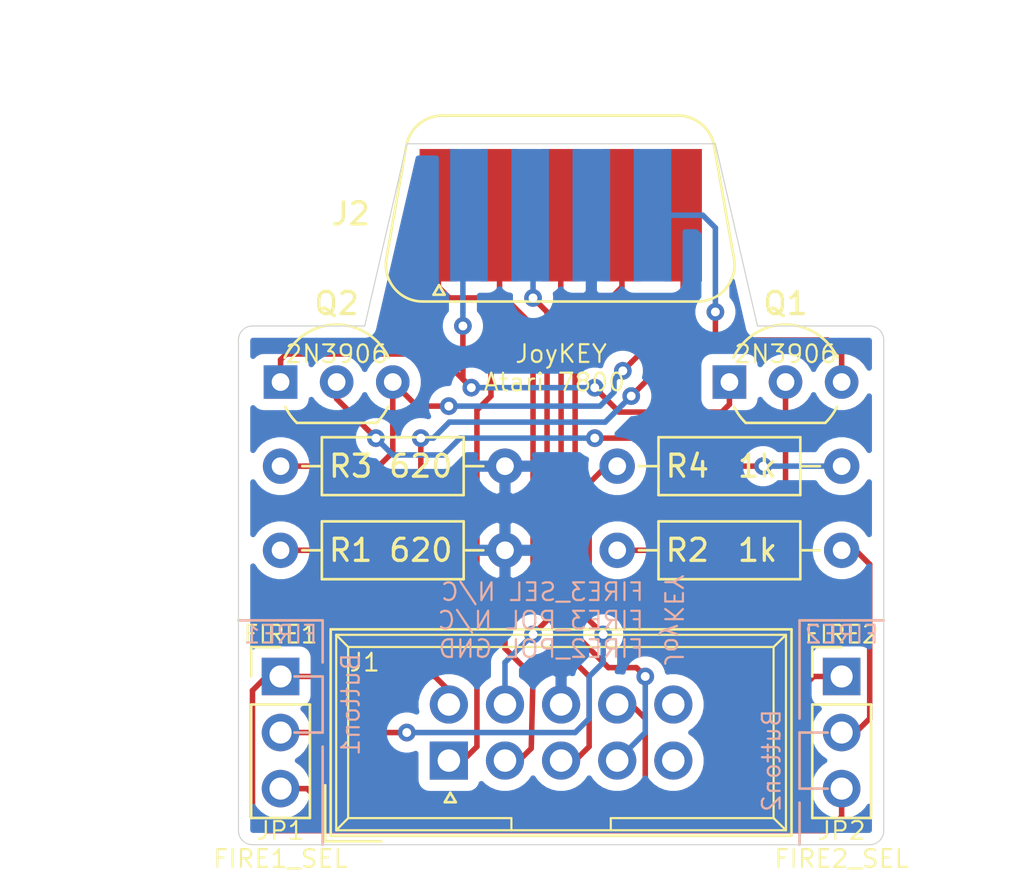
<source format=kicad_pcb>
(kicad_pcb (version 20171130) (host pcbnew "(5.1.5)-3")

  (general
    (thickness 1.6)
    (drawings 33)
    (tracks 159)
    (zones 0)
    (modules 10)
    (nets 16)
  )

  (page A4)
  (layers
    (0 F.Cu signal)
    (31 B.Cu signal)
    (32 B.Adhes user)
    (33 F.Adhes user)
    (34 B.Paste user)
    (35 F.Paste user)
    (36 B.SilkS user)
    (37 F.SilkS user)
    (38 B.Mask user)
    (39 F.Mask user)
    (40 Dwgs.User user)
    (41 Cmts.User user)
    (42 Eco1.User user)
    (43 Eco2.User user)
    (44 Edge.Cuts user)
    (45 Margin user)
    (46 B.CrtYd user)
    (47 F.CrtYd user)
    (48 B.Fab user)
    (49 F.Fab user)
  )

  (setup
    (last_trace_width 0.25)
    (trace_clearance 0.2)
    (zone_clearance 0.508)
    (zone_45_only no)
    (trace_min 0.2)
    (via_size 0.8)
    (via_drill 0.4)
    (via_min_size 0.4)
    (via_min_drill 0.3)
    (uvia_size 0.3)
    (uvia_drill 0.1)
    (uvias_allowed no)
    (uvia_min_size 0.2)
    (uvia_min_drill 0.1)
    (edge_width 0.05)
    (segment_width 0.2)
    (pcb_text_width 0.3)
    (pcb_text_size 1.5 1.5)
    (mod_edge_width 0.12)
    (mod_text_size 1 1)
    (mod_text_width 0.15)
    (pad_size 1.524 1.524)
    (pad_drill 0.762)
    (pad_to_mask_clearance 0.051)
    (solder_mask_min_width 0.25)
    (aux_axis_origin 0 0)
    (visible_elements 7FFFFFFF)
    (pcbplotparams
      (layerselection 0x011fc_ffffffff)
      (usegerberextensions true)
      (usegerberattributes false)
      (usegerberadvancedattributes false)
      (creategerberjobfile false)
      (excludeedgelayer true)
      (linewidth 0.100000)
      (plotframeref false)
      (viasonmask false)
      (mode 1)
      (useauxorigin false)
      (hpglpennumber 1)
      (hpglpenspeed 20)
      (hpglpendiameter 15.000000)
      (psnegative false)
      (psa4output false)
      (plotreference true)
      (plotvalue true)
      (plotinvisibletext false)
      (padsonsilk false)
      (subtractmaskfromsilk false)
      (outputformat 1)
      (mirror false)
      (drillshape 0)
      (scaleselection 1)
      (outputdirectory "export/"))
  )

  (net 0 "")
  (net 1 GND)
  (net 2 /UP)
  (net 3 /DOWN)
  (net 4 /LEFT)
  (net 5 /RIGHT)
  (net 6 /FIRE1_IN)
  (net 7 /FIRE2_IN)
  (net 8 VCC)
  (net 9 PADDLE_B)
  (net 10 PADDLE_A)
  (net 11 FIRE)
  (net 12 "Net-(JP1-Pad2)")
  (net 13 "Net-(JP2-Pad2)")
  (net 14 "Net-(Q1-Pad2)")
  (net 15 "Net-(Q2-Pad2)")

  (net_class Default "This is the default net class."
    (clearance 0.2)
    (trace_width 0.25)
    (via_dia 0.8)
    (via_drill 0.4)
    (uvia_dia 0.3)
    (uvia_drill 0.1)
    (add_net /DOWN)
    (add_net /FIRE1_IN)
    (add_net /FIRE2_IN)
    (add_net /LEFT)
    (add_net /RIGHT)
    (add_net /UP)
    (add_net FIRE)
    (add_net GND)
    (add_net "Net-(JP1-Pad2)")
    (add_net "Net-(JP2-Pad2)")
    (add_net "Net-(Q1-Pad2)")
    (add_net "Net-(Q2-Pad2)")
    (add_net PADDLE_A)
    (add_net PADDLE_B)
    (add_net VCC)
  )

  (module TO_SOT_Packages_THT:TO-92_Inline_Wide (layer F.Cu) (tedit 58CE52AF) (tstamp 5FD68F60)
    (at 129.54 72.39)
    (descr "TO-92 leads in-line, wide, drill 0.8mm (see NXP sot054_po.pdf)")
    (tags "to-92 sc-43 sc-43a sot54 PA33 transistor")
    (path /5FD776E0)
    (fp_text reference Q2 (at 2.54 -3.56 180) (layer F.SilkS)
      (effects (font (size 1 1) (thickness 0.15)))
    )
    (fp_text value 2N3906 (at 2.54 -1.27) (layer F.SilkS)
      (effects (font (size 0.8 0.8) (thickness 0.1)))
    )
    (fp_arc (start 2.54 0) (end 4.34 1.85) (angle -20) (layer F.SilkS) (width 0.12))
    (fp_arc (start 2.54 0) (end 2.54 -2.48) (angle -135) (layer F.Fab) (width 0.1))
    (fp_arc (start 2.54 0) (end 2.54 -2.48) (angle 135) (layer F.Fab) (width 0.1))
    (fp_arc (start 2.54 0) (end 2.54 -2.6) (angle 65) (layer F.SilkS) (width 0.12))
    (fp_arc (start 2.54 0) (end 2.54 -2.6) (angle -65) (layer F.SilkS) (width 0.12))
    (fp_arc (start 2.54 0) (end 0.74 1.85) (angle 20) (layer F.SilkS) (width 0.12))
    (fp_line (start 6.09 2.01) (end -1.01 2.01) (layer F.CrtYd) (width 0.05))
    (fp_line (start 6.09 2.01) (end 6.09 -2.73) (layer F.CrtYd) (width 0.05))
    (fp_line (start -1.01 -2.73) (end -1.01 2.01) (layer F.CrtYd) (width 0.05))
    (fp_line (start -1.01 -2.73) (end 6.09 -2.73) (layer F.CrtYd) (width 0.05))
    (fp_line (start 0.8 1.75) (end 4.3 1.75) (layer F.Fab) (width 0.1))
    (fp_line (start 0.74 1.85) (end 4.34 1.85) (layer F.SilkS) (width 0.12))
    (fp_text user %R (at 2.54 -3.56 180) (layer F.Fab)
      (effects (font (size 1 1) (thickness 0.15)))
    )
    (pad 1 thru_hole rect (at 0 0 90) (size 1.52 1.52) (drill 0.8) (layers *.Cu *.Mask)
      (net 11 FIRE))
    (pad 3 thru_hole circle (at 5.08 0 90) (size 1.52 1.52) (drill 0.8) (layers *.Cu *.Mask)
      (net 9 PADDLE_B))
    (pad 2 thru_hole circle (at 2.54 0 90) (size 1.52 1.52) (drill 0.8) (layers *.Cu *.Mask)
      (net 15 "Net-(Q2-Pad2)"))
    (model ${KISYS3DMOD}/TO_SOT_Packages_THT.3dshapes/TO-92_Inline_Wide.wrl
      (offset (xyz 2.539999961853027 0 0))
      (scale (xyz 1 1 1))
      (rotate (xyz 0 0 -90))
    )
  )

  (module Pin_Headers:Pin_Header_Straight_1x03_Pitch2.54mm (layer F.Cu) (tedit 59650532) (tstamp 5FD2B363)
    (at 154.94 85.725)
    (descr "Through hole straight pin header, 1x03, 2.54mm pitch, single row")
    (tags "Through hole pin header THT 1x03 2.54mm single row")
    (path /5FD30CB5)
    (fp_text reference JP2 (at 0 6.985) (layer F.SilkS)
      (effects (font (size 0.8 0.8) (thickness 0.1)))
    )
    (fp_text value FIRE2_SEL (at 0 8.255) (layer F.SilkS)
      (effects (font (size 0.8 0.8) (thickness 0.1)))
    )
    (fp_line (start -0.635 -1.27) (end 1.27 -1.27) (layer F.Fab) (width 0.1))
    (fp_line (start 1.27 -1.27) (end 1.27 6.35) (layer F.Fab) (width 0.1))
    (fp_line (start 1.27 6.35) (end -1.27 6.35) (layer F.Fab) (width 0.1))
    (fp_line (start -1.27 6.35) (end -1.27 -0.635) (layer F.Fab) (width 0.1))
    (fp_line (start -1.27 -0.635) (end -0.635 -1.27) (layer F.Fab) (width 0.1))
    (fp_line (start -1.33 6.41) (end 1.33 6.41) (layer F.SilkS) (width 0.12))
    (fp_line (start -1.33 1.27) (end -1.33 6.41) (layer F.SilkS) (width 0.12))
    (fp_line (start 1.33 1.27) (end 1.33 6.41) (layer F.SilkS) (width 0.12))
    (fp_line (start -1.33 1.27) (end 1.33 1.27) (layer F.SilkS) (width 0.12))
    (fp_line (start -1.33 0) (end -1.33 -1.33) (layer F.SilkS) (width 0.12))
    (fp_line (start -1.33 -1.33) (end 0 -1.33) (layer F.SilkS) (width 0.12))
    (fp_line (start -1.8 -1.8) (end -1.8 6.85) (layer F.CrtYd) (width 0.05))
    (fp_line (start -1.8 6.85) (end 1.8 6.85) (layer F.CrtYd) (width 0.05))
    (fp_line (start 1.8 6.85) (end 1.8 -1.8) (layer F.CrtYd) (width 0.05))
    (fp_line (start 1.8 -1.8) (end -1.8 -1.8) (layer F.CrtYd) (width 0.05))
    (fp_text user %R (at 0 2.54 90) (layer F.Fab)
      (effects (font (size 1 1) (thickness 0.15)))
    )
    (pad 1 thru_hole rect (at 0 0) (size 1.7 1.7) (drill 1) (layers *.Cu *.Mask)
      (net 7 /FIRE2_IN))
    (pad 2 thru_hole oval (at 0 2.54) (size 1.7 1.7) (drill 1) (layers *.Cu *.Mask)
      (net 13 "Net-(JP2-Pad2)"))
    (pad 3 thru_hole oval (at 0 5.08) (size 1.7 1.7) (drill 1) (layers *.Cu *.Mask)
      (net 6 /FIRE1_IN))
    (model ${KISYS3DMOD}/Pin_Headers.3dshapes/Pin_Header_Straight_1x03_Pitch2.54mm.wrl
      (at (xyz 0 0 0))
      (scale (xyz 1 1 1))
      (rotate (xyz 0 0 0))
    )
  )

  (module "C64 IDC:IDC_Joystick" (layer F.Cu) (tedit 5FD29ED6) (tstamp 5FD2915C)
    (at 137.16 89.535 90)
    (descr "Through hole straight IDC box header, 2x05, 2.54mm pitch, double rows")
    (tags "Through hole IDC box header THT 2x05 2.54mm double row")
    (path /5FD1F19D)
    (fp_text reference J1 (at 4.445 -3.81 180) (layer F.SilkS)
      (effects (font (size 0.8 0.8) (thickness 0.1)))
    )
    (fp_text value JoyKEY (at 1.27 16.764 90) (layer F.Fab)
      (effects (font (size 1 1) (thickness 0.15)))
    )
    (fp_line (start -1.885438 0.3135) (end -1.885438 -0.1865) (layer F.SilkS) (width 0.12))
    (fp_line (start -1.885438 -0.1865) (end -1.452425 0.0635) (layer F.SilkS) (width 0.12))
    (fp_line (start -1.452425 0.0635) (end -1.885438 0.3135) (layer F.SilkS) (width 0.12))
    (fp_line (start -3.655 -5.6) (end -1.115 -5.6) (layer F.SilkS) (width 0.12))
    (fp_line (start -3.655 -5.6) (end -3.655 -3.06) (layer F.SilkS) (width 0.12))
    (fp_line (start -3.405 -5.35) (end 5.945 -5.35) (layer F.SilkS) (width 0.12))
    (fp_line (start -3.405 15.51) (end -3.405 -5.35) (layer F.SilkS) (width 0.12))
    (fp_line (start 5.945 15.51) (end -3.405 15.51) (layer F.SilkS) (width 0.12))
    (fp_line (start 5.945 -5.35) (end 5.945 15.51) (layer F.SilkS) (width 0.12))
    (fp_line (start -3.41 -5.35) (end 5.95 -5.35) (layer F.CrtYd) (width 0.05))
    (fp_line (start -3.41 15.51) (end -3.41 -5.35) (layer F.CrtYd) (width 0.05))
    (fp_line (start 5.95 15.51) (end -3.41 15.51) (layer F.CrtYd) (width 0.05))
    (fp_line (start 5.95 -5.35) (end 5.95 15.51) (layer F.CrtYd) (width 0.05))
    (fp_line (start -3.155 15.26) (end -2.605 14.7) (layer F.SilkS) (width 0.1))
    (fp_line (start -3.155 -5.1) (end -2.605 -4.56) (layer F.SilkS) (width 0.1))
    (fp_line (start 5.695 15.26) (end 5.145 14.7) (layer F.SilkS) (width 0.1))
    (fp_line (start 5.695 -5.1) (end 5.145 -4.56) (layer F.SilkS) (width 0.1))
    (fp_line (start 5.145 14.7) (end -2.605 14.7) (layer F.SilkS) (width 0.1))
    (fp_line (start 5.695 15.26) (end -3.155 15.26) (layer F.SilkS) (width 0.1))
    (fp_line (start 5.145 -4.56) (end -2.605 -4.56) (layer F.SilkS) (width 0.1))
    (fp_line (start 5.695 -5.1) (end -3.155 -5.1) (layer F.SilkS) (width 0.1))
    (fp_line (start -2.605 7.33) (end -3.155 7.33) (layer F.SilkS) (width 0.1))
    (fp_line (start -2.605 2.83) (end -3.155 2.83) (layer F.SilkS) (width 0.1))
    (fp_line (start -2.605 7.33) (end -2.605 14.7) (layer F.SilkS) (width 0.1))
    (fp_line (start -2.605 -4.56) (end -2.605 2.83) (layer F.SilkS) (width 0.1))
    (fp_line (start -3.155 -5.1) (end -3.155 15.26) (layer F.SilkS) (width 0.1))
    (fp_line (start 5.145 -4.56) (end 5.145 14.7) (layer F.SilkS) (width 0.1))
    (fp_line (start 5.695 -5.1) (end 5.695 15.26) (layer F.SilkS) (width 0.1))
    (fp_text user %R (at 1.27 5.08 90) (layer F.Fab)
      (effects (font (size 1 1) (thickness 0.15)))
    )
    (pad 10 thru_hole oval (at 2.54 10.16 90) (size 1.7272 1.7272) (drill 1.016) (layers *.Cu *.Mask))
    (pad 9 thru_hole oval (at 2.54 7.62 90) (size 1.7272 1.7272) (drill 1.016) (layers *.Cu *.Mask)
      (net 7 /FIRE2_IN))
    (pad 8 thru_hole oval (at 2.54 5.08 90) (size 1.7272 1.7272) (drill 1.016) (layers *.Cu *.Mask)
      (net 1 GND))
    (pad 7 thru_hole oval (at 2.54 2.54 90) (size 1.7272 1.7272) (drill 1.016) (layers *.Cu *.Mask)
      (net 8 VCC))
    (pad 6 thru_hole oval (at 2.54 0 90) (size 1.7272 1.7272) (drill 1.016) (layers *.Cu *.Mask)
      (net 6 /FIRE1_IN))
    (pad 5 thru_hole oval (at 0 10.16 90) (size 1.7272 1.7272) (drill 1.016) (layers *.Cu *.Mask))
    (pad 4 thru_hole oval (at 0 7.62 90) (size 1.7272 1.7272) (drill 1.016) (layers *.Cu *.Mask)
      (net 5 /RIGHT))
    (pad 3 thru_hole oval (at 0 5.08 90) (size 1.7272 1.7272) (drill 1.016) (layers *.Cu *.Mask)
      (net 4 /LEFT))
    (pad 2 thru_hole oval (at 0 2.54 90) (size 1.7272 1.7272) (drill 1.016) (layers *.Cu *.Mask)
      (net 3 /DOWN))
    (pad 1 thru_hole rect (at 0 0 90) (size 1.7272 1.7272) (drill 1.016) (layers *.Cu *.Mask)
      (net 2 /UP))
    (model ${KISYS3DMOD}/Connector_IDC.3dshapes/IDC-Header_2x05_P2.54mm_Vertical.wrl
      (at (xyz 0 0 0))
      (scale (xyz 1 1 1))
      (rotate (xyz 0 0 0))
    )
  )

  (module Pin_Headers:Pin_Header_Straight_1x03_Pitch2.54mm (layer F.Cu) (tedit 59650532) (tstamp 5FD2B1CC)
    (at 129.54 85.725)
    (descr "Through hole straight pin header, 1x03, 2.54mm pitch, single row")
    (tags "Through hole pin header THT 1x03 2.54mm single row")
    (path /5FD2FDB9)
    (fp_text reference JP1 (at 0 6.985) (layer F.SilkS)
      (effects (font (size 0.8 0.8) (thickness 0.1)))
    )
    (fp_text value FIRE1_SEL (at 0 8.255) (layer F.SilkS)
      (effects (font (size 0.8 0.8) (thickness 0.1)))
    )
    (fp_text user %R (at 0 2.54 90) (layer F.Fab)
      (effects (font (size 1 1) (thickness 0.15)))
    )
    (fp_line (start 1.8 -1.8) (end -1.8 -1.8) (layer F.CrtYd) (width 0.05))
    (fp_line (start 1.8 6.85) (end 1.8 -1.8) (layer F.CrtYd) (width 0.05))
    (fp_line (start -1.8 6.85) (end 1.8 6.85) (layer F.CrtYd) (width 0.05))
    (fp_line (start -1.8 -1.8) (end -1.8 6.85) (layer F.CrtYd) (width 0.05))
    (fp_line (start -1.33 -1.33) (end 0 -1.33) (layer F.SilkS) (width 0.12))
    (fp_line (start -1.33 0) (end -1.33 -1.33) (layer F.SilkS) (width 0.12))
    (fp_line (start -1.33 1.27) (end 1.33 1.27) (layer F.SilkS) (width 0.12))
    (fp_line (start 1.33 1.27) (end 1.33 6.41) (layer F.SilkS) (width 0.12))
    (fp_line (start -1.33 1.27) (end -1.33 6.41) (layer F.SilkS) (width 0.12))
    (fp_line (start -1.33 6.41) (end 1.33 6.41) (layer F.SilkS) (width 0.12))
    (fp_line (start -1.27 -0.635) (end -0.635 -1.27) (layer F.Fab) (width 0.1))
    (fp_line (start -1.27 6.35) (end -1.27 -0.635) (layer F.Fab) (width 0.1))
    (fp_line (start 1.27 6.35) (end -1.27 6.35) (layer F.Fab) (width 0.1))
    (fp_line (start 1.27 -1.27) (end 1.27 6.35) (layer F.Fab) (width 0.1))
    (fp_line (start -0.635 -1.27) (end 1.27 -1.27) (layer F.Fab) (width 0.1))
    (pad 3 thru_hole oval (at 0 5.08) (size 1.7 1.7) (drill 1) (layers *.Cu *.Mask)
      (net 7 /FIRE2_IN))
    (pad 2 thru_hole oval (at 0 2.54) (size 1.7 1.7) (drill 1) (layers *.Cu *.Mask)
      (net 12 "Net-(JP1-Pad2)"))
    (pad 1 thru_hole rect (at 0 0) (size 1.7 1.7) (drill 1) (layers *.Cu *.Mask)
      (net 6 /FIRE1_IN))
    (model ${KISYS3DMOD}/Pin_Headers.3dshapes/Pin_Header_Straight_1x03_Pitch2.54mm.wrl
      (at (xyz 0 0 0))
      (scale (xyz 1 1 1))
      (rotate (xyz 0 0 0))
    )
  )

  (module RND_DSUB:DSUB-9_Female_Edge (layer F.Cu) (tedit 5FD2960F) (tstamp 5FD68F38)
    (at 142.24 64.77)
    (descr "Straight DE-9 connector, the blue kind with metal shield removed (solder to pads).")
    (tags "9-pin D-Sub connector straight vertical THT male pitch 2.77x2.84mm mounting holes distance 25mm")
    (path /5D1376D7)
    (fp_text reference J2 (at -9.525 0 180) (layer F.SilkS)
      (effects (font (size 1 1) (thickness 0.15)))
    )
    (fp_text value "Atari 7800" (at -0.0155 -8.6665 180) (layer F.Fab)
      (effects (font (size 1 1) (thickness 0.15)))
    )
    (fp_arc (start 6.176894 2.3111) (end 6.176894 3.9111) (angle -100) (layer F.Fab) (width 0.1))
    (fp_arc (start -6.309494 2.3111) (end -6.309494 3.9111) (angle 100) (layer F.Fab) (width 0.1))
    (fp_arc (start 5.277627 -2.7889) (end 5.277627 -4.3889) (angle 80) (layer F.Fab) (width 0.1))
    (fp_arc (start -5.410227 -2.7889) (end -5.410227 -4.3889) (angle -80) (layer F.Fab) (width 0.1))
    (fp_arc (start 6.190789 2.3111) (end 6.190789 3.9711) (angle -100) (layer F.SilkS) (width 0.12))
    (fp_arc (start -6.272589 2.3111) (end -6.272589 3.9711) (angle 100) (layer F.SilkS) (width 0.12))
    (fp_arc (start 5.291521 -2.7889) (end 5.291521 -4.4489) (angle 80) (layer F.SilkS) (width 0.12))
    (fp_arc (start -5.373321 -2.7889) (end -5.373321 -4.4489) (angle -80) (layer F.SilkS) (width 0.12))
    (fp_line (start -5.2745 3.663438) (end -5.7745 3.663438) (layer F.SilkS) (width 0.12))
    (fp_line (start -5.7745 3.663438) (end -5.5245 3.230425) (layer F.SilkS) (width 0.12))
    (fp_line (start -5.5245 3.230425) (end -5.2745 3.663438) (layer F.SilkS) (width 0.12))
    (fp_line (start 6.176894 3.9111) (end -6.309494 3.9111) (layer F.Fab) (width 0.1))
    (fp_line (start 5.277627 -4.3889) (end -5.410227 -4.3889) (layer F.Fab) (width 0.1))
    (fp_line (start -7.885187 2.033263) (end -6.985919 -3.066737) (layer F.Fab) (width 0.1))
    (fp_line (start 7.752587 2.033263) (end 6.853319 -3.066737) (layer F.Fab) (width 0.1))
    (fp_line (start 6.190789 3.9711) (end -6.272589 3.9711) (layer F.SilkS) (width 0.12))
    (fp_line (start 5.291521 -4.4489) (end -5.373321 -4.4489) (layer F.SilkS) (width 0.12))
    (fp_line (start -7.90737 2.022844) (end -7.008102 -3.077156) (layer F.SilkS) (width 0.12))
    (fp_line (start 7.82557 2.022844) (end 6.926302 -3.077156) (layer F.SilkS) (width 0.12))
    (fp_line (start 8.001 4.064) (end 8.001 -4.572) (layer F.CrtYd) (width 0.05))
    (fp_line (start 8.001 -4.572) (end -8.001 -4.572) (layer F.CrtYd) (width 0.05))
    (fp_line (start -8.001 -4.572) (end -8.001 4.064) (layer F.CrtYd) (width 0.05))
    (fp_line (start -8.001 4.064) (end 8.001 4.064) (layer F.CrtYd) (width 0.05))
    (fp_text user %R (at -0.0155 -1.3565 180) (layer F.Fab)
      (effects (font (size 1 1) (thickness 0.15)))
    )
    (pad 5 smd rect (at 5.5245 0.0635 180) (size 1.7 6) (layers F.Cu F.Paste F.Mask)
      (net 9 PADDLE_B))
    (pad 4 smd rect (at 2.7545 0.0635 180) (size 1.7 6) (layers F.Cu F.Paste F.Mask)
      (net 5 /RIGHT))
    (pad 3 smd rect (at -0.0155 0.0635 180) (size 1.7 6) (layers F.Cu F.Paste F.Mask)
      (net 4 /LEFT))
    (pad 2 smd rect (at -2.7855 0.0635 180) (size 1.7 6) (layers F.Cu F.Paste F.Mask)
      (net 3 /DOWN))
    (pad 1 smd rect (at -5.5555 0.0635 180) (size 1.7 6) (layers F.Cu F.Paste F.Mask)
      (net 2 /UP))
    (pad 9 smd rect (at 4.1395 0.0635 180) (size 1.7 6) (layers B.Cu B.Paste B.Mask)
      (net 10 PADDLE_A))
    (pad 8 smd rect (at 1.3695 0.0635 180) (size 1.7 6) (layers B.Cu B.Paste B.Mask)
      (net 1 GND))
    (pad 7 smd rect (at -1.4005 0.0635 180) (size 1.7 6) (layers B.Cu B.Paste B.Mask)
      (net 8 VCC))
    (pad 6 smd rect (at -4.1705 0.0635 180) (size 1.7 6) (layers B.Cu B.Paste B.Mask)
      (net 11 FIRE))
    (model ${KISYS3DMOD}/Connectors_DSub.3dshapes/DSUB-9_Male_Vertical_Pitch2.77x2.84mm.wrl
      (at (xyz 0 0 0))
      (scale (xyz 1 1 1))
      (rotate (xyz 0 0 0))
    )
  )

  (module TO_SOT_Packages_THT:TO-92_Inline_Wide (layer F.Cu) (tedit 58CE52AF) (tstamp 5FD68F4C)
    (at 149.86 72.39)
    (descr "TO-92 leads in-line, wide, drill 0.8mm (see NXP sot054_po.pdf)")
    (tags "to-92 sc-43 sc-43a sot54 PA33 transistor")
    (path /5FD74A67)
    (fp_text reference Q1 (at 2.54 -3.56 180) (layer F.SilkS)
      (effects (font (size 1 1) (thickness 0.15)))
    )
    (fp_text value 2N3906 (at 2.54 -1.27) (layer F.SilkS)
      (effects (font (size 0.8 0.8) (thickness 0.1)))
    )
    (fp_text user %R (at 2.54 -3.56 180) (layer F.Fab)
      (effects (font (size 1 1) (thickness 0.15)))
    )
    (fp_line (start 0.74 1.85) (end 4.34 1.85) (layer F.SilkS) (width 0.12))
    (fp_line (start 0.8 1.75) (end 4.3 1.75) (layer F.Fab) (width 0.1))
    (fp_line (start -1.01 -2.73) (end 6.09 -2.73) (layer F.CrtYd) (width 0.05))
    (fp_line (start -1.01 -2.73) (end -1.01 2.01) (layer F.CrtYd) (width 0.05))
    (fp_line (start 6.09 2.01) (end 6.09 -2.73) (layer F.CrtYd) (width 0.05))
    (fp_line (start 6.09 2.01) (end -1.01 2.01) (layer F.CrtYd) (width 0.05))
    (fp_arc (start 2.54 0) (end 0.74 1.85) (angle 20) (layer F.SilkS) (width 0.12))
    (fp_arc (start 2.54 0) (end 2.54 -2.6) (angle -65) (layer F.SilkS) (width 0.12))
    (fp_arc (start 2.54 0) (end 2.54 -2.6) (angle 65) (layer F.SilkS) (width 0.12))
    (fp_arc (start 2.54 0) (end 2.54 -2.48) (angle 135) (layer F.Fab) (width 0.1))
    (fp_arc (start 2.54 0) (end 2.54 -2.48) (angle -135) (layer F.Fab) (width 0.1))
    (fp_arc (start 2.54 0) (end 4.34 1.85) (angle -20) (layer F.SilkS) (width 0.12))
    (pad 2 thru_hole circle (at 2.54 0 90) (size 1.52 1.52) (drill 0.8) (layers *.Cu *.Mask)
      (net 14 "Net-(Q1-Pad2)"))
    (pad 3 thru_hole circle (at 5.08 0 90) (size 1.52 1.52) (drill 0.8) (layers *.Cu *.Mask)
      (net 10 PADDLE_A))
    (pad 1 thru_hole rect (at 0 0 90) (size 1.52 1.52) (drill 0.8) (layers *.Cu *.Mask)
      (net 11 FIRE))
    (model ${KISYS3DMOD}/TO_SOT_Packages_THT.3dshapes/TO-92_Inline_Wide.wrl
      (offset (xyz 2.539999961853027 0 0))
      (scale (xyz 1 1 1))
      (rotate (xyz 0 0 -90))
    )
  )

  (module Resistors_THT:R_Axial_DIN0207_L6.3mm_D2.5mm_P10.16mm_Horizontal (layer F.Cu) (tedit 5874F706) (tstamp 5FD68F76)
    (at 129.54 80.01)
    (descr "Resistor, Axial_DIN0207 series, Axial, Horizontal, pin pitch=10.16mm, 0.25W = 1/4W, length*diameter=6.3*2.5mm^2, http://cdn-reichelt.de/documents/datenblatt/B400/1_4W%23YAG.pdf")
    (tags "Resistor Axial_DIN0207 series Axial Horizontal pin pitch 10.16mm 0.25W = 1/4W length 6.3mm diameter 2.5mm")
    (path /5DA4F32F)
    (fp_text reference R1 (at 3.175 0) (layer F.SilkS)
      (effects (font (size 1 1) (thickness 0.15)))
    )
    (fp_text value 620 (at 6.35 0) (layer F.SilkS)
      (effects (font (size 1 1) (thickness 0.15)))
    )
    (fp_line (start 11.25 -1.6) (end -1.05 -1.6) (layer F.CrtYd) (width 0.05))
    (fp_line (start 11.25 1.6) (end 11.25 -1.6) (layer F.CrtYd) (width 0.05))
    (fp_line (start -1.05 1.6) (end 11.25 1.6) (layer F.CrtYd) (width 0.05))
    (fp_line (start -1.05 -1.6) (end -1.05 1.6) (layer F.CrtYd) (width 0.05))
    (fp_line (start 9.18 0) (end 8.29 0) (layer F.SilkS) (width 0.12))
    (fp_line (start 0.98 0) (end 1.87 0) (layer F.SilkS) (width 0.12))
    (fp_line (start 8.29 -1.31) (end 1.87 -1.31) (layer F.SilkS) (width 0.12))
    (fp_line (start 8.29 1.31) (end 8.29 -1.31) (layer F.SilkS) (width 0.12))
    (fp_line (start 1.87 1.31) (end 8.29 1.31) (layer F.SilkS) (width 0.12))
    (fp_line (start 1.87 -1.31) (end 1.87 1.31) (layer F.SilkS) (width 0.12))
    (fp_line (start 10.16 0) (end 8.23 0) (layer F.Fab) (width 0.1))
    (fp_line (start 0 0) (end 1.93 0) (layer F.Fab) (width 0.1))
    (fp_line (start 8.23 -1.25) (end 1.93 -1.25) (layer F.Fab) (width 0.1))
    (fp_line (start 8.23 1.25) (end 8.23 -1.25) (layer F.Fab) (width 0.1))
    (fp_line (start 1.93 1.25) (end 8.23 1.25) (layer F.Fab) (width 0.1))
    (fp_line (start 1.93 -1.25) (end 1.93 1.25) (layer F.Fab) (width 0.1))
    (pad 2 thru_hole oval (at 10.16 0) (size 1.6 1.6) (drill 0.8) (layers *.Cu *.Mask)
      (net 1 GND))
    (pad 1 thru_hole circle (at 0 0) (size 1.6 1.6) (drill 0.8) (layers *.Cu *.Mask)
      (net 10 PADDLE_A))
    (model ${KISYS3DMOD}/Resistors_THT.3dshapes/R_Axial_DIN0207_L6.3mm_D2.5mm_P10.16mm_Horizontal.wrl
      (at (xyz 0 0 0))
      (scale (xyz 0.393701 0.393701 0.393701))
      (rotate (xyz 0 0 0))
    )
  )

  (module Resistors_THT:R_Axial_DIN0207_L6.3mm_D2.5mm_P10.16mm_Horizontal (layer F.Cu) (tedit 5874F706) (tstamp 5FD68F8C)
    (at 144.78 80.01)
    (descr "Resistor, Axial_DIN0207 series, Axial, Horizontal, pin pitch=10.16mm, 0.25W = 1/4W, length*diameter=6.3*2.5mm^2, http://cdn-reichelt.de/documents/datenblatt/B400/1_4W%23YAG.pdf")
    (tags "Resistor Axial_DIN0207 series Axial Horizontal pin pitch 10.16mm 0.25W = 1/4W length 6.3mm diameter 2.5mm")
    (path /5DA4F329)
    (fp_text reference R2 (at 3.175 0) (layer F.SilkS)
      (effects (font (size 1 1) (thickness 0.15)))
    )
    (fp_text value 1k (at 6.35 0) (layer F.SilkS)
      (effects (font (size 1 1) (thickness 0.15)))
    )
    (fp_line (start 1.93 -1.25) (end 1.93 1.25) (layer F.Fab) (width 0.1))
    (fp_line (start 1.93 1.25) (end 8.23 1.25) (layer F.Fab) (width 0.1))
    (fp_line (start 8.23 1.25) (end 8.23 -1.25) (layer F.Fab) (width 0.1))
    (fp_line (start 8.23 -1.25) (end 1.93 -1.25) (layer F.Fab) (width 0.1))
    (fp_line (start 0 0) (end 1.93 0) (layer F.Fab) (width 0.1))
    (fp_line (start 10.16 0) (end 8.23 0) (layer F.Fab) (width 0.1))
    (fp_line (start 1.87 -1.31) (end 1.87 1.31) (layer F.SilkS) (width 0.12))
    (fp_line (start 1.87 1.31) (end 8.29 1.31) (layer F.SilkS) (width 0.12))
    (fp_line (start 8.29 1.31) (end 8.29 -1.31) (layer F.SilkS) (width 0.12))
    (fp_line (start 8.29 -1.31) (end 1.87 -1.31) (layer F.SilkS) (width 0.12))
    (fp_line (start 0.98 0) (end 1.87 0) (layer F.SilkS) (width 0.12))
    (fp_line (start 9.18 0) (end 8.29 0) (layer F.SilkS) (width 0.12))
    (fp_line (start -1.05 -1.6) (end -1.05 1.6) (layer F.CrtYd) (width 0.05))
    (fp_line (start -1.05 1.6) (end 11.25 1.6) (layer F.CrtYd) (width 0.05))
    (fp_line (start 11.25 1.6) (end 11.25 -1.6) (layer F.CrtYd) (width 0.05))
    (fp_line (start 11.25 -1.6) (end -1.05 -1.6) (layer F.CrtYd) (width 0.05))
    (pad 1 thru_hole circle (at 0 0) (size 1.6 1.6) (drill 0.8) (layers *.Cu *.Mask)
      (net 14 "Net-(Q1-Pad2)"))
    (pad 2 thru_hole oval (at 10.16 0) (size 1.6 1.6) (drill 0.8) (layers *.Cu *.Mask)
      (net 13 "Net-(JP2-Pad2)"))
    (model ${KISYS3DMOD}/Resistors_THT.3dshapes/R_Axial_DIN0207_L6.3mm_D2.5mm_P10.16mm_Horizontal.wrl
      (at (xyz 0 0 0))
      (scale (xyz 0.393701 0.393701 0.393701))
      (rotate (xyz 0 0 0))
    )
  )

  (module Resistors_THT:R_Axial_DIN0207_L6.3mm_D2.5mm_P10.16mm_Horizontal (layer F.Cu) (tedit 5874F706) (tstamp 5FD68FA2)
    (at 129.54 76.2)
    (descr "Resistor, Axial_DIN0207 series, Axial, Horizontal, pin pitch=10.16mm, 0.25W = 1/4W, length*diameter=6.3*2.5mm^2, http://cdn-reichelt.de/documents/datenblatt/B400/1_4W%23YAG.pdf")
    (tags "Resistor Axial_DIN0207 series Axial Horizontal pin pitch 10.16mm 0.25W = 1/4W length 6.3mm diameter 2.5mm")
    (path /5DA4D819)
    (fp_text reference R3 (at 3.175 0) (layer F.SilkS)
      (effects (font (size 1 1) (thickness 0.15)))
    )
    (fp_text value 620 (at 6.35 0) (layer F.SilkS)
      (effects (font (size 1 1) (thickness 0.15)))
    )
    (fp_line (start 11.25 -1.6) (end -1.05 -1.6) (layer F.CrtYd) (width 0.05))
    (fp_line (start 11.25 1.6) (end 11.25 -1.6) (layer F.CrtYd) (width 0.05))
    (fp_line (start -1.05 1.6) (end 11.25 1.6) (layer F.CrtYd) (width 0.05))
    (fp_line (start -1.05 -1.6) (end -1.05 1.6) (layer F.CrtYd) (width 0.05))
    (fp_line (start 9.18 0) (end 8.29 0) (layer F.SilkS) (width 0.12))
    (fp_line (start 0.98 0) (end 1.87 0) (layer F.SilkS) (width 0.12))
    (fp_line (start 8.29 -1.31) (end 1.87 -1.31) (layer F.SilkS) (width 0.12))
    (fp_line (start 8.29 1.31) (end 8.29 -1.31) (layer F.SilkS) (width 0.12))
    (fp_line (start 1.87 1.31) (end 8.29 1.31) (layer F.SilkS) (width 0.12))
    (fp_line (start 1.87 -1.31) (end 1.87 1.31) (layer F.SilkS) (width 0.12))
    (fp_line (start 10.16 0) (end 8.23 0) (layer F.Fab) (width 0.1))
    (fp_line (start 0 0) (end 1.93 0) (layer F.Fab) (width 0.1))
    (fp_line (start 8.23 -1.25) (end 1.93 -1.25) (layer F.Fab) (width 0.1))
    (fp_line (start 8.23 1.25) (end 8.23 -1.25) (layer F.Fab) (width 0.1))
    (fp_line (start 1.93 1.25) (end 8.23 1.25) (layer F.Fab) (width 0.1))
    (fp_line (start 1.93 -1.25) (end 1.93 1.25) (layer F.Fab) (width 0.1))
    (pad 2 thru_hole oval (at 10.16 0) (size 1.6 1.6) (drill 0.8) (layers *.Cu *.Mask)
      (net 1 GND))
    (pad 1 thru_hole circle (at 0 0) (size 1.6 1.6) (drill 0.8) (layers *.Cu *.Mask)
      (net 9 PADDLE_B))
    (model ${KISYS3DMOD}/Resistors_THT.3dshapes/R_Axial_DIN0207_L6.3mm_D2.5mm_P10.16mm_Horizontal.wrl
      (at (xyz 0 0 0))
      (scale (xyz 0.393701 0.393701 0.393701))
      (rotate (xyz 0 0 0))
    )
  )

  (module Resistors_THT:R_Axial_DIN0207_L6.3mm_D2.5mm_P10.16mm_Horizontal (layer F.Cu) (tedit 5874F706) (tstamp 5FD68FB8)
    (at 144.78 76.2)
    (descr "Resistor, Axial_DIN0207 series, Axial, Horizontal, pin pitch=10.16mm, 0.25W = 1/4W, length*diameter=6.3*2.5mm^2, http://cdn-reichelt.de/documents/datenblatt/B400/1_4W%23YAG.pdf")
    (tags "Resistor Axial_DIN0207 series Axial Horizontal pin pitch 10.16mm 0.25W = 1/4W length 6.3mm diameter 2.5mm")
    (path /5DA4D38B)
    (fp_text reference R4 (at 3.175 0) (layer F.SilkS)
      (effects (font (size 1 1) (thickness 0.15)))
    )
    (fp_text value 1k (at 6.35 0) (layer F.SilkS)
      (effects (font (size 1 1) (thickness 0.15)))
    )
    (fp_line (start 1.93 -1.25) (end 1.93 1.25) (layer F.Fab) (width 0.1))
    (fp_line (start 1.93 1.25) (end 8.23 1.25) (layer F.Fab) (width 0.1))
    (fp_line (start 8.23 1.25) (end 8.23 -1.25) (layer F.Fab) (width 0.1))
    (fp_line (start 8.23 -1.25) (end 1.93 -1.25) (layer F.Fab) (width 0.1))
    (fp_line (start 0 0) (end 1.93 0) (layer F.Fab) (width 0.1))
    (fp_line (start 10.16 0) (end 8.23 0) (layer F.Fab) (width 0.1))
    (fp_line (start 1.87 -1.31) (end 1.87 1.31) (layer F.SilkS) (width 0.12))
    (fp_line (start 1.87 1.31) (end 8.29 1.31) (layer F.SilkS) (width 0.12))
    (fp_line (start 8.29 1.31) (end 8.29 -1.31) (layer F.SilkS) (width 0.12))
    (fp_line (start 8.29 -1.31) (end 1.87 -1.31) (layer F.SilkS) (width 0.12))
    (fp_line (start 0.98 0) (end 1.87 0) (layer F.SilkS) (width 0.12))
    (fp_line (start 9.18 0) (end 8.29 0) (layer F.SilkS) (width 0.12))
    (fp_line (start -1.05 -1.6) (end -1.05 1.6) (layer F.CrtYd) (width 0.05))
    (fp_line (start -1.05 1.6) (end 11.25 1.6) (layer F.CrtYd) (width 0.05))
    (fp_line (start 11.25 1.6) (end 11.25 -1.6) (layer F.CrtYd) (width 0.05))
    (fp_line (start 11.25 -1.6) (end -1.05 -1.6) (layer F.CrtYd) (width 0.05))
    (pad 1 thru_hole circle (at 0 0) (size 1.6 1.6) (drill 0.8) (layers *.Cu *.Mask)
      (net 12 "Net-(JP1-Pad2)"))
    (pad 2 thru_hole oval (at 10.16 0) (size 1.6 1.6) (drill 0.8) (layers *.Cu *.Mask)
      (net 15 "Net-(Q2-Pad2)"))
    (model ${KISYS3DMOD}/Resistors_THT.3dshapes/R_Axial_DIN0207_L6.3mm_D2.5mm_P10.16mm_Horizontal.wrl
      (at (xyz 0 0 0))
      (scale (xyz 0.393701 0.393701 0.393701))
      (rotate (xyz 0 0 0))
    )
  )

  (gr_line (start 153.035 83.185) (end 156.845 83.185) (layer B.SilkS) (width 0.12))
  (gr_line (start 131.445 83.185) (end 127.635 83.185) (layer B.SilkS) (width 0.12))
  (gr_text FIRE1 (at 129.54 83.82) (layer F.SilkS) (tstamp 5FD2C7BE)
    (effects (font (size 0.8 0.8) (thickness 0.1)))
  )
  (gr_text FIRE2 (at 154.94 83.82) (layer F.SilkS) (tstamp 5FD2C7BA)
    (effects (font (size 0.8 0.8) (thickness 0.1)))
  )
  (gr_text JoyKEY (at 147.32 83.185 270) (layer B.SilkS) (tstamp 5FD2C5BA)
    (effects (font (size 0.8 0.8) (thickness 0.1)) (justify mirror))
  )
  (gr_text "FIRE3_SEL N/C\nFIRE3_POL N/C\nFIRE2_POL GND" (at 146.05 83.185) (layer B.SilkS)
    (effects (font (size 0.8 0.8) (thickness 0.1)) (justify left mirror))
  )
  (gr_line (start 153.035 93.345) (end 153.035 91.44) (layer B.SilkS) (width 0.12) (tstamp 5FD2C21A))
  (gr_text Button2 (at 151.765 89.535 90) (layer B.SilkS) (tstamp 5FD2C19C)
    (effects (font (size 0.8 0.8) (thickness 0.1)) (justify mirror))
  )
  (gr_text FIRE2 (at 154.94 83.82) (layer B.SilkS) (tstamp 5FD2C196)
    (effects (font (size 0.8 0.8) (thickness 0.1)) (justify mirror))
  )
  (gr_text FIRE1 (at 129.54 83.82) (layer B.SilkS) (tstamp 5FD2C0ED)
    (effects (font (size 0.8 0.8) (thickness 0.1)) (justify mirror))
  )
  (gr_text Button1 (at 132.715 86.995 90) (layer B.SilkS)
    (effects (font (size 0.8 0.8) (thickness 0.1)) (justify mirror))
  )
  (gr_line (start 153.035 90.805) (end 154.305 90.805) (layer B.SilkS) (width 0.12))
  (gr_line (start 153.035 88.265) (end 153.035 90.805) (layer B.SilkS) (width 0.12))
  (gr_line (start 153.035 88.265) (end 154.305 88.265) (layer B.SilkS) (width 0.12))
  (gr_line (start 153.035 83.185) (end 153.035 87.63) (layer B.SilkS) (width 0.12))
  (gr_line (start 131.445 88.9) (end 131.445 93.345) (layer B.SilkS) (width 0.12))
  (gr_line (start 131.445 88.265) (end 130.175 88.265) (layer B.SilkS) (width 0.12))
  (gr_line (start 131.445 85.725) (end 131.445 88.265) (layer B.SilkS) (width 0.12))
  (gr_line (start 130.175 85.725) (end 131.445 85.725) (layer B.SilkS) (width 0.12))
  (gr_line (start 131.445 83.185) (end 131.445 85.09) (layer B.SilkS) (width 0.12))
  (gr_text "JoyKEY\nAtari 7800 " (at 142.24 71.755) (layer F.SilkS) (tstamp 5FD698AE)
    (effects (font (size 0.8 0.8) (thickness 0.1)))
  )
  (gr_line (start 151.13 69.85) (end 156.21 69.85) (layer Edge.Cuts) (width 0.05) (tstamp 5FD2B03F))
  (gr_line (start 133.35 69.85) (end 128.27 69.85) (layer Edge.Cuts) (width 0.05) (tstamp 5FD2B03E))
  (gr_arc (start 156.21 70.485) (end 156.845 70.485) (angle -90) (layer Edge.Cuts) (width 0.05) (tstamp 5FD2B027))
  (gr_arc (start 128.27 70.485) (end 128.27 69.85) (angle -90) (layer Edge.Cuts) (width 0.05) (tstamp 5FD2B027))
  (gr_arc (start 128.27 92.71) (end 127.635 92.71) (angle -90) (layer Edge.Cuts) (width 0.05) (tstamp 5FD2B027))
  (gr_arc (start 156.21 92.71) (end 156.21 93.345) (angle -90) (layer Edge.Cuts) (width 0.05))
  (gr_line (start 149.225 61.595) (end 151.13 69.85) (layer Edge.Cuts) (width 0.05))
  (gr_line (start 135.255 61.595) (end 133.35 69.85) (layer Edge.Cuts) (width 0.05))
  (gr_line (start 156.845 70.485) (end 156.845 92.71) (layer Edge.Cuts) (width 0.05) (tstamp 5FD2AFB5))
  (gr_line (start 135.255 61.595) (end 149.225 61.595) (layer Edge.Cuts) (width 0.05))
  (gr_line (start 127.635 92.71) (end 127.635 70.485) (layer Edge.Cuts) (width 0.05))
  (gr_line (start 156.21 93.345) (end 128.27 93.345) (layer Edge.Cuts) (width 0.05))

  (segment (start 139.065 73.025) (end 139.065 69.215) (width 0.25) (layer F.Cu) (net 2))
  (segment (start 138.43 73.66) (end 139.065 73.025) (width 0.25) (layer F.Cu) (net 2))
  (segment (start 137.795 89.535) (end 138.43 88.9) (width 0.25) (layer F.Cu) (net 2))
  (segment (start 137.16 89.535) (end 137.795 89.535) (width 0.25) (layer F.Cu) (net 2))
  (segment (start 138.43 88.9) (end 138.43 73.66) (width 0.25) (layer F.Cu) (net 2))
  (segment (start 139.065 69.215) (end 138.43 68.58) (width 0.25) (layer F.Cu) (net 2))
  (segment (start 138.43 68.58) (end 137.181 68.58) (width 0.25) (layer F.Cu) (net 2))
  (segment (start 137.181 68.58) (end 136.6845 68.0835) (width 0.25) (layer F.Cu) (net 2))
  (segment (start 136.6845 68.0835) (end 136.6845 64.8335) (width 0.25) (layer F.Cu) (net 2))
  (segment (start 140.97 69.85) (end 139.4545 68.3345) (width 0.25) (layer F.Cu) (net 3))
  (segment (start 139.7 83.185) (end 140.97 81.915) (width 0.25) (layer F.Cu) (net 3))
  (segment (start 140.335 89.535) (end 140.888601 88.981399) (width 0.25) (layer F.Cu) (net 3))
  (segment (start 139.4545 68.3345) (end 139.4545 64.8335) (width 0.25) (layer F.Cu) (net 3))
  (segment (start 140.97 81.915) (end 140.97 69.85) (width 0.25) (layer F.Cu) (net 3))
  (segment (start 140.888601 88.981399) (end 140.97 85.725) (width 0.25) (layer F.Cu) (net 3))
  (segment (start 140.97 85.725) (end 139.7 84.455) (width 0.25) (layer F.Cu) (net 3))
  (segment (start 139.7 89.535) (end 140.335 89.535) (width 0.25) (layer F.Cu) (net 3))
  (segment (start 139.7 84.455) (end 139.7 83.185) (width 0.25) (layer F.Cu) (net 3))
  (segment (start 142.24 69.215) (end 142.2245 69.1995) (width 0.25) (layer F.Cu) (net 4))
  (segment (start 142.875 89.535) (end 143.51 88.9) (width 0.25) (layer F.Cu) (net 4))
  (segment (start 143.51 85.725) (end 142.24 84.455) (width 0.25) (layer F.Cu) (net 4))
  (segment (start 142.2245 69.1995) (end 142.2245 64.8335) (width 0.25) (layer F.Cu) (net 4))
  (segment (start 142.24 89.535) (end 142.875 89.535) (width 0.25) (layer F.Cu) (net 4))
  (segment (start 143.51 88.9) (end 143.51 85.725) (width 0.25) (layer F.Cu) (net 4))
  (segment (start 142.24 84.455) (end 142.24 69.215) (width 0.25) (layer F.Cu) (net 4))
  (segment (start 146.05 88.265) (end 146.05 85.725) (width 0.25) (layer B.Cu) (net 5))
  (segment (start 144.78 89.535) (end 146.05 88.265) (width 0.25) (layer B.Cu) (net 5))
  (via (at 146.05 85.725) (size 0.8) (drill 0.4) (layers F.Cu B.Cu) (net 5))
  (segment (start 144.9945 68.0835) (end 142.875 70.203) (width 0.25) (layer F.Cu) (net 5))
  (segment (start 142.875 83.82) (end 144.380001 85.325001) (width 0.25) (layer F.Cu) (net 5))
  (segment (start 145.650001 85.325001) (end 146.05 85.725) (width 0.25) (layer F.Cu) (net 5))
  (segment (start 144.9945 64.8335) (end 144.9945 68.0835) (width 0.25) (layer F.Cu) (net 5))
  (segment (start 142.875 70.203) (end 142.875 83.82) (width 0.25) (layer F.Cu) (net 5))
  (segment (start 144.380001 85.325001) (end 145.650001 85.325001) (width 0.25) (layer F.Cu) (net 5))
  (segment (start 128.905 85.725) (end 128.27 86.36) (width 0.25) (layer F.Cu) (net 6) (status 10))
  (segment (start 129.54 85.725) (end 128.905 85.725) (width 0.25) (layer F.Cu) (net 6) (status 30))
  (segment (start 128.27 86.36) (end 128.27 92.075) (width 0.25) (layer F.Cu) (net 6))
  (segment (start 128.27 92.075) (end 128.905 92.71) (width 0.25) (layer F.Cu) (net 6))
  (segment (start 128.905 92.71) (end 154.305 92.71) (width 0.25) (layer F.Cu) (net 6))
  (segment (start 154.305 92.71) (end 154.94 92.075) (width 0.25) (layer F.Cu) (net 6))
  (segment (start 154.94 92.075) (end 154.94 90.805) (width 0.25) (layer F.Cu) (net 6) (status 20))
  (segment (start 137.16 86.36) (end 137.16 86.995) (width 0.25) (layer F.Cu) (net 6))
  (segment (start 129.54 85.725) (end 136.525 85.725) (width 0.25) (layer F.Cu) (net 6))
  (segment (start 136.525 85.725) (end 137.16 86.36) (width 0.25) (layer F.Cu) (net 6))
  (segment (start 132.012081 92.075) (end 142.24 92.075) (width 0.25) (layer F.Cu) (net 7))
  (segment (start 129.54 90.805) (end 130.742081 90.805) (width 0.25) (layer F.Cu) (net 7) (status 10))
  (segment (start 130.742081 90.805) (end 132.012081 92.075) (width 0.25) (layer F.Cu) (net 7))
  (segment (start 142.24 92.075) (end 142.875 92.075) (width 0.25) (layer F.Cu) (net 7))
  (segment (start 153.67 85.725) (end 153.035 86.36) (width 0.25) (layer F.Cu) (net 7))
  (segment (start 154.94 85.725) (end 153.67 85.725) (width 0.25) (layer F.Cu) (net 7) (status 10))
  (segment (start 153.035 86.36) (end 153.035 91.44) (width 0.25) (layer F.Cu) (net 7))
  (segment (start 153.035 91.44) (end 152.4 92.075) (width 0.25) (layer F.Cu) (net 7))
  (segment (start 152.4 92.075) (end 147.32 92.075) (width 0.25) (layer F.Cu) (net 7))
  (segment (start 147.32 92.075) (end 145.415 92.075) (width 0.25) (layer F.Cu) (net 7))
  (segment (start 145.415 92.075) (end 142.875 92.075) (width 0.25) (layer F.Cu) (net 7))
  (segment (start 146.05 87.63) (end 146.05 91.44) (width 0.25) (layer F.Cu) (net 7))
  (segment (start 146.05 91.44) (end 145.415 92.075) (width 0.25) (layer F.Cu) (net 7))
  (segment (start 144.78 86.995) (end 145.415 86.995) (width 0.25) (layer F.Cu) (net 7))
  (segment (start 145.415 86.995) (end 146.05 87.63) (width 0.25) (layer F.Cu) (net 7))
  (via (at 140.97 68.58) (size 0.8) (drill 0.4) (layers F.Cu B.Cu) (net 8))
  (segment (start 140.97 64.964) (end 140.8395 64.8335) (width 0.25) (layer B.Cu) (net 8))
  (segment (start 140.97 68.58) (end 140.97 64.964) (width 0.25) (layer B.Cu) (net 8))
  (segment (start 141.605 69.215) (end 140.97 68.58) (width 0.25) (layer F.Cu) (net 8))
  (segment (start 141.605 83.185) (end 141.605 69.215) (width 0.25) (layer F.Cu) (net 8))
  (segment (start 140.97 83.82) (end 141.605 83.185) (width 0.25) (layer F.Cu) (net 8))
  (segment (start 139.7 85.09) (end 140.97 83.82) (width 0.25) (layer B.Cu) (net 8))
  (segment (start 139.7 86.995) (end 139.7 85.09) (width 0.25) (layer B.Cu) (net 8))
  (via (at 140.97 83.82) (size 0.8) (drill 0.4) (layers F.Cu B.Cu) (net 8))
  (segment (start 130.67137 76.2) (end 129.54 76.2) (width 0.25) (layer F.Cu) (net 9))
  (segment (start 133.985 76.2) (end 130.67137 76.2) (width 0.25) (layer F.Cu) (net 9))
  (segment (start 134.62 75.565) (end 133.985 76.2) (width 0.25) (layer F.Cu) (net 9))
  (segment (start 134.62 72.39) (end 134.62 73.66) (width 0.25) (layer F.Cu) (net 9))
  (segment (start 134.62 73.66) (end 134.62 75.565) (width 0.25) (layer F.Cu) (net 9))
  (via (at 137.157081 73.480373) (size 0.8) (drill 0.4) (layers F.Cu B.Cu) (net 9))
  (via (at 145.033994 71.882) (size 0.8) (drill 0.4) (layers F.Cu B.Cu) (net 9))
  (segment (start 135.710373 73.480373) (end 134.62 72.39) (width 0.25) (layer F.Cu) (net 9))
  (segment (start 137.157081 73.480373) (end 135.710373 73.480373) (width 0.25) (layer F.Cu) (net 9))
  (segment (start 144.001306 73.480373) (end 144.633995 72.847684) (width 0.25) (layer B.Cu) (net 9))
  (segment (start 137.157081 73.480373) (end 144.001306 73.480373) (width 0.25) (layer B.Cu) (net 9))
  (segment (start 144.633995 72.281999) (end 145.033994 71.882) (width 0.25) (layer B.Cu) (net 9))
  (segment (start 144.633995 72.847684) (end 144.633995 72.281999) (width 0.25) (layer B.Cu) (net 9))
  (segment (start 145.433993 71.482001) (end 145.033994 71.882) (width 0.25) (layer F.Cu) (net 9))
  (segment (start 147.7645 64.8335) (end 147.7645 69.151494) (width 0.25) (layer F.Cu) (net 9))
  (segment (start 147.7645 69.151494) (end 145.433993 71.482001) (width 0.25) (layer F.Cu) (net 9))
  (via (at 149.225 69.215) (size 0.8) (drill 0.4) (layers F.Cu B.Cu) (net 10))
  (segment (start 150.495 70.485) (end 154.305 70.485) (width 0.25) (layer F.Cu) (net 10))
  (segment (start 154.305 70.485) (end 154.94 71.12) (width 0.25) (layer F.Cu) (net 10))
  (segment (start 154.94 71.12) (end 154.94 72.39) (width 0.25) (layer F.Cu) (net 10))
  (via (at 135.89 74.93) (size 0.8) (drill 0.4) (layers F.Cu B.Cu) (net 10))
  (segment (start 135.382 80.01) (end 129.54 80.01) (width 0.25) (layer F.Cu) (net 10))
  (segment (start 135.89 74.93) (end 135.89 79.502) (width 0.25) (layer F.Cu) (net 10))
  (segment (start 135.89 79.502) (end 135.382 80.01) (width 0.25) (layer F.Cu) (net 10))
  (segment (start 145.415004 73.024994) (end 145.415004 73.025) (width 0.25) (layer F.Cu) (net 10))
  (via (at 145.415004 73.025) (size 0.8) (drill 0.4) (layers F.Cu B.Cu) (net 10))
  (segment (start 136.455685 74.93) (end 137.180686 74.204999) (width 0.25) (layer B.Cu) (net 10))
  (segment (start 135.89 74.93) (end 136.455685 74.93) (width 0.25) (layer B.Cu) (net 10))
  (segment (start 144.235005 74.204999) (end 145.015005 73.424999) (width 0.25) (layer B.Cu) (net 10))
  (segment (start 145.015005 73.424999) (end 145.415004 73.025) (width 0.25) (layer B.Cu) (net 10))
  (segment (start 137.180686 74.204999) (end 144.235005 74.204999) (width 0.25) (layer B.Cu) (net 10))
  (segment (start 149.225 69.215) (end 149.225 65.405) (width 0.25) (layer B.Cu) (net 10))
  (segment (start 148.6535 64.8335) (end 146.3795 64.8335) (width 0.25) (layer B.Cu) (net 10))
  (segment (start 149.225 65.405) (end 148.6535 64.8335) (width 0.25) (layer B.Cu) (net 10))
  (segment (start 147.955 70.485) (end 145.415004 73.024994) (width 0.25) (layer F.Cu) (net 10))
  (segment (start 149.225 69.215) (end 149.225 70.485) (width 0.25) (layer F.Cu) (net 10))
  (segment (start 150.495 70.485) (end 149.225 70.485) (width 0.25) (layer F.Cu) (net 10))
  (segment (start 149.225 70.485) (end 147.955 70.485) (width 0.25) (layer F.Cu) (net 10))
  (via (at 137.795 69.85) (size 0.8) (drill 0.4) (layers F.Cu B.Cu) (net 11))
  (segment (start 137.795 65.108) (end 138.0695 64.8335) (width 0.25) (layer B.Cu) (net 11))
  (segment (start 137.795 69.215) (end 137.795 65.108) (width 0.25) (layer B.Cu) (net 11))
  (segment (start 137.795 69.215) (end 137.795 69.85) (width 0.25) (layer B.Cu) (net 11))
  (segment (start 129.54 71.38) (end 129.8 71.12) (width 0.25) (layer F.Cu) (net 11))
  (segment (start 137.776001 72.244001) (end 138.176 72.644) (width 0.25) (layer F.Cu) (net 11))
  (segment (start 137.795 72.263) (end 138.176 72.644) (width 0.25) (layer F.Cu) (net 11))
  (via (at 138.176 72.644) (size 0.8) (drill 0.4) (layers F.Cu B.Cu) (net 11))
  (segment (start 136.652 71.12) (end 137.776001 72.244001) (width 0.25) (layer F.Cu) (net 11))
  (segment (start 129.8 71.12) (end 136.652 71.12) (width 0.25) (layer F.Cu) (net 11))
  (segment (start 137.795 69.85) (end 137.795 72.263) (width 0.25) (layer F.Cu) (net 11))
  (segment (start 129.54 72.39) (end 129.54 71.38) (width 0.25) (layer F.Cu) (net 11))
  (segment (start 138.741685 72.644) (end 143.764 72.644) (width 0.25) (layer B.Cu) (net 11))
  (segment (start 138.176 72.644) (end 138.741685 72.644) (width 0.25) (layer B.Cu) (net 11))
  (via (at 143.764 72.644) (size 0.8) (drill 0.4) (layers F.Cu B.Cu) (net 11))
  (segment (start 143.764 72.644) (end 144.870046 73.750046) (width 0.25) (layer F.Cu) (net 11))
  (segment (start 144.870046 73.750046) (end 149.509954 73.750046) (width 0.25) (layer F.Cu) (net 11))
  (segment (start 149.509954 73.750046) (end 149.86 73.4) (width 0.25) (layer F.Cu) (net 11))
  (segment (start 149.86 73.4) (end 149.86 72.39) (width 0.25) (layer F.Cu) (net 11))
  (via (at 135.255 88.265) (size 0.8) (drill 0.4) (layers F.Cu B.Cu) (net 12))
  (segment (start 129.54 88.265) (end 135.255 88.265) (width 0.25) (layer F.Cu) (net 12))
  (segment (start 135.255 88.265) (end 142.875 88.265) (width 0.25) (layer B.Cu) (net 12))
  (segment (start 142.875 88.265) (end 143.51 87.63) (width 0.25) (layer B.Cu) (net 12))
  (segment (start 143.51 87.63) (end 143.51 85.725) (width 0.25) (layer B.Cu) (net 12))
  (segment (start 143.51 85.725) (end 144.145 85.09) (width 0.25) (layer B.Cu) (net 12))
  (via (at 144.145 83.82) (size 0.8) (drill 0.4) (layers F.Cu B.Cu) (net 12))
  (segment (start 144.145 85.09) (end 144.145 83.82) (width 0.25) (layer B.Cu) (net 12))
  (segment (start 144.28363 76.2) (end 144.78 76.2) (width 0.25) (layer F.Cu) (net 12))
  (segment (start 143.51 76.97363) (end 144.28363 76.2) (width 0.25) (layer F.Cu) (net 12))
  (segment (start 144.145 83.82) (end 143.51 83.185) (width 0.25) (layer F.Cu) (net 12))
  (segment (start 143.51 83.185) (end 143.51 76.97363) (width 0.25) (layer F.Cu) (net 12))
  (segment (start 156.21 80.645) (end 155.575 80.01) (width 0.25) (layer F.Cu) (net 13))
  (segment (start 156.21 87.63) (end 156.21 80.645) (width 0.25) (layer F.Cu) (net 13))
  (segment (start 155.575 80.01) (end 154.94 80.01) (width 0.25) (layer F.Cu) (net 13))
  (segment (start 154.94 88.265) (end 155.575 88.265) (width 0.25) (layer F.Cu) (net 13))
  (segment (start 155.575 88.265) (end 156.21 87.63) (width 0.25) (layer F.Cu) (net 13))
  (segment (start 149.225 80.01) (end 144.78 80.01) (width 0.25) (layer F.Cu) (net 14))
  (segment (start 151.765 80.01) (end 149.225 80.01) (width 0.25) (layer F.Cu) (net 14))
  (segment (start 152.4 72.39) (end 152.4 79.375) (width 0.25) (layer F.Cu) (net 14))
  (segment (start 152.4 79.375) (end 151.765 80.01) (width 0.25) (layer F.Cu) (net 14))
  (via (at 151.384 76.2) (size 0.8) (drill 0.4) (layers F.Cu B.Cu) (net 15))
  (segment (start 154.94 76.2) (end 151.384 76.2) (width 0.25) (layer B.Cu) (net 15))
  (segment (start 151.384 76.2) (end 150.368 76.2) (width 0.25) (layer F.Cu) (net 15))
  (via (at 143.764 74.93) (size 0.8) (drill 0.4) (layers F.Cu B.Cu) (net 15))
  (segment (start 149.098 74.93) (end 143.764 74.93) (width 0.25) (layer F.Cu) (net 15))
  (segment (start 150.368 76.2) (end 149.098 74.93) (width 0.25) (layer F.Cu) (net 15))
  (segment (start 143.764 74.93) (end 137.668 74.93) (width 0.25) (layer B.Cu) (net 15))
  (segment (start 137.668 74.93) (end 136.906 75.692) (width 0.25) (layer B.Cu) (net 15))
  (via (at 133.858 74.93) (size 0.8) (drill 0.4) (layers F.Cu B.Cu) (net 15))
  (segment (start 136.906 75.692) (end 134.62 75.692) (width 0.25) (layer B.Cu) (net 15))
  (segment (start 134.62 75.692) (end 133.858 74.93) (width 0.25) (layer B.Cu) (net 15))
  (segment (start 132.08 73.152) (end 132.08 72.39) (width 0.25) (layer F.Cu) (net 15))
  (segment (start 133.858 74.93) (end 132.08 73.152) (width 0.25) (layer F.Cu) (net 15))

  (zone (net 1) (net_name GND) (layer B.Cu) (tstamp 5FD2C44D) (hatch edge 0.508)
    (connect_pads (clearance 0.508))
    (min_thickness 0.254)
    (fill yes (arc_segments 32) (thermal_gap 0.508) (thermal_bridge_width 0.508))
    (polygon
      (pts
        (xy 163.195 95.089988) (xy 116.84 95.089988) (xy 116.84 55.084988) (xy 163.195 55.084988)
      )
    )
    (filled_polygon
      (pts
        (xy 136.581428 67.8335) (xy 136.593688 67.957982) (xy 136.629998 68.07768) (xy 136.688963 68.187994) (xy 136.768315 68.284685)
        (xy 136.865006 68.364037) (xy 136.97532 68.423002) (xy 137.035 68.441106) (xy 137.035 69.146289) (xy 136.991063 69.190226)
        (xy 136.877795 69.359744) (xy 136.799774 69.548102) (xy 136.76 69.748061) (xy 136.76 69.951939) (xy 136.799774 70.151898)
        (xy 136.877795 70.340256) (xy 136.991063 70.509774) (xy 137.135226 70.653937) (xy 137.304744 70.767205) (xy 137.493102 70.845226)
        (xy 137.693061 70.885) (xy 137.896939 70.885) (xy 138.096898 70.845226) (xy 138.285256 70.767205) (xy 138.454774 70.653937)
        (xy 138.598937 70.509774) (xy 138.712205 70.340256) (xy 138.790226 70.151898) (xy 138.83 69.951939) (xy 138.83 69.748061)
        (xy 138.790226 69.548102) (xy 138.712205 69.359744) (xy 138.598937 69.190226) (xy 138.555 69.146289) (xy 138.555 68.471572)
        (xy 138.9195 68.471572) (xy 139.043982 68.459312) (xy 139.16368 68.423002) (xy 139.273994 68.364037) (xy 139.370685 68.284685)
        (xy 139.450037 68.187994) (xy 139.4545 68.179644) (xy 139.458963 68.187994) (xy 139.538315 68.284685) (xy 139.635006 68.364037)
        (xy 139.74532 68.423002) (xy 139.865018 68.459312) (xy 139.937313 68.466432) (xy 139.935 68.478061) (xy 139.935 68.681939)
        (xy 139.974774 68.881898) (xy 140.052795 69.070256) (xy 140.166063 69.239774) (xy 140.310226 69.383937) (xy 140.479744 69.497205)
        (xy 140.668102 69.575226) (xy 140.868061 69.615) (xy 141.071939 69.615) (xy 141.271898 69.575226) (xy 141.460256 69.497205)
        (xy 141.629774 69.383937) (xy 141.773937 69.239774) (xy 141.887205 69.070256) (xy 141.965226 68.881898) (xy 142.005 68.681939)
        (xy 142.005 68.478061) (xy 141.988247 68.393835) (xy 142.043994 68.364037) (xy 142.140685 68.284685) (xy 142.220037 68.187994)
        (xy 142.2245 68.179644) (xy 142.228963 68.187994) (xy 142.308315 68.284685) (xy 142.405006 68.364037) (xy 142.51532 68.423002)
        (xy 142.635018 68.459312) (xy 142.7595 68.471572) (xy 143.32375 68.4685) (xy 143.4825 68.30975) (xy 143.4825 64.9605)
        (xy 143.4625 64.9605) (xy 143.4625 64.7065) (xy 143.4825 64.7065) (xy 143.4825 64.6865) (xy 143.7365 64.6865)
        (xy 143.7365 64.7065) (xy 143.7565 64.7065) (xy 143.7565 64.9605) (xy 143.7365 64.9605) (xy 143.7365 68.30975)
        (xy 143.89525 68.4685) (xy 144.4595 68.471572) (xy 144.583982 68.459312) (xy 144.70368 68.423002) (xy 144.813994 68.364037)
        (xy 144.910685 68.284685) (xy 144.990037 68.187994) (xy 144.9945 68.179644) (xy 144.998963 68.187994) (xy 145.078315 68.284685)
        (xy 145.175006 68.364037) (xy 145.28532 68.423002) (xy 145.405018 68.459312) (xy 145.5295 68.471572) (xy 147.2295 68.471572)
        (xy 147.353982 68.459312) (xy 147.47368 68.423002) (xy 147.583994 68.364037) (xy 147.680685 68.284685) (xy 147.760037 68.187994)
        (xy 147.819002 68.07768) (xy 147.855312 67.957982) (xy 147.867572 67.8335) (xy 147.867572 65.5935) (xy 148.338699 65.5935)
        (xy 148.465001 65.719803) (xy 148.465 68.511289) (xy 148.421063 68.555226) (xy 148.307795 68.724744) (xy 148.229774 68.913102)
        (xy 148.19 69.113061) (xy 148.19 69.316939) (xy 148.229774 69.516898) (xy 148.307795 69.705256) (xy 148.421063 69.874774)
        (xy 148.565226 70.018937) (xy 148.734744 70.132205) (xy 148.923102 70.210226) (xy 149.123061 70.25) (xy 149.326939 70.25)
        (xy 149.526898 70.210226) (xy 149.715256 70.132205) (xy 149.884774 70.018937) (xy 150.028937 69.874774) (xy 150.142205 69.705256)
        (xy 150.220226 69.516898) (xy 150.26 69.316939) (xy 150.26 69.113061) (xy 150.220226 68.913102) (xy 150.142205 68.724744)
        (xy 150.028937 68.555226) (xy 149.985 68.511289) (xy 149.985 67.8235) (xy 150.477345 69.956998) (xy 150.47955 69.979383)
        (xy 150.491926 70.020179) (xy 150.494191 70.029996) (xy 150.501342 70.051222) (xy 150.51729 70.103793) (xy 150.522064 70.112725)
        (xy 150.5253 70.122329) (xy 150.552673 70.16999) (xy 150.578575 70.21845) (xy 150.585003 70.226282) (xy 150.590048 70.235067)
        (xy 150.626194 70.276473) (xy 150.661052 70.318948) (xy 150.668881 70.325373) (xy 150.675545 70.333007) (xy 150.719072 70.366564)
        (xy 150.76155 70.401425) (xy 150.770486 70.406201) (xy 150.778508 70.412386) (xy 150.827744 70.436806) (xy 150.876207 70.46271)
        (xy 150.8859 70.46565) (xy 150.894978 70.470153) (xy 150.948027 70.484497) (xy 151.000617 70.50045) (xy 151.010703 70.501443)
        (xy 151.02048 70.504087) (xy 151.075307 70.507806) (xy 151.097581 70.51) (xy 151.107646 70.51) (xy 151.15019 70.512886)
        (xy 151.172503 70.51) (xy 156.177725 70.51) (xy 156.184513 70.510666) (xy 156.185 70.515301) (xy 156.185 71.750385)
        (xy 156.176233 71.72922) (xy 156.023567 71.500739) (xy 155.829261 71.306433) (xy 155.60078 71.153767) (xy 155.346907 71.048609)
        (xy 155.077396 70.995) (xy 154.802604 70.995) (xy 154.533093 71.048609) (xy 154.27922 71.153767) (xy 154.050739 71.306433)
        (xy 153.856433 71.500739) (xy 153.703767 71.72922) (xy 153.67 71.81074) (xy 153.636233 71.72922) (xy 153.483567 71.500739)
        (xy 153.289261 71.306433) (xy 153.06078 71.153767) (xy 152.806907 71.048609) (xy 152.537396 70.995) (xy 152.262604 70.995)
        (xy 151.993093 71.048609) (xy 151.73922 71.153767) (xy 151.510739 71.306433) (xy 151.316433 71.500739) (xy 151.254474 71.593467)
        (xy 151.245812 71.505518) (xy 151.209502 71.38582) (xy 151.150537 71.275506) (xy 151.071185 71.178815) (xy 150.974494 71.099463)
        (xy 150.86418 71.040498) (xy 150.744482 71.004188) (xy 150.62 70.991928) (xy 149.1 70.991928) (xy 148.975518 71.004188)
        (xy 148.85582 71.040498) (xy 148.745506 71.099463) (xy 148.648815 71.178815) (xy 148.569463 71.275506) (xy 148.510498 71.38582)
        (xy 148.474188 71.505518) (xy 148.461928 71.63) (xy 148.461928 73.15) (xy 148.474188 73.274482) (xy 148.510498 73.39418)
        (xy 148.569463 73.504494) (xy 148.648815 73.601185) (xy 148.745506 73.680537) (xy 148.85582 73.739502) (xy 148.975518 73.775812)
        (xy 149.1 73.788072) (xy 150.62 73.788072) (xy 150.744482 73.775812) (xy 150.86418 73.739502) (xy 150.974494 73.680537)
        (xy 151.071185 73.601185) (xy 151.150537 73.504494) (xy 151.209502 73.39418) (xy 151.245812 73.274482) (xy 151.254474 73.186533)
        (xy 151.316433 73.279261) (xy 151.510739 73.473567) (xy 151.73922 73.626233) (xy 151.993093 73.731391) (xy 152.262604 73.785)
        (xy 152.537396 73.785) (xy 152.806907 73.731391) (xy 153.06078 73.626233) (xy 153.289261 73.473567) (xy 153.483567 73.279261)
        (xy 153.636233 73.05078) (xy 153.67 72.96926) (xy 153.703767 73.05078) (xy 153.856433 73.279261) (xy 154.050739 73.473567)
        (xy 154.27922 73.626233) (xy 154.533093 73.731391) (xy 154.802604 73.785) (xy 155.077396 73.785) (xy 155.346907 73.731391)
        (xy 155.60078 73.626233) (xy 155.829261 73.473567) (xy 156.023567 73.279261) (xy 156.176233 73.05078) (xy 156.185 73.029614)
        (xy 156.185 75.480344) (xy 156.054637 75.285241) (xy 155.854759 75.085363) (xy 155.619727 74.92832) (xy 155.358574 74.820147)
        (xy 155.081335 74.765) (xy 154.798665 74.765) (xy 154.521426 74.820147) (xy 154.260273 74.92832) (xy 154.025241 75.085363)
        (xy 153.825363 75.285241) (xy 153.721957 75.44) (xy 152.087711 75.44) (xy 152.043774 75.396063) (xy 151.874256 75.282795)
        (xy 151.685898 75.204774) (xy 151.485939 75.165) (xy 151.282061 75.165) (xy 151.082102 75.204774) (xy 150.893744 75.282795)
        (xy 150.724226 75.396063) (xy 150.580063 75.540226) (xy 150.466795 75.709744) (xy 150.388774 75.898102) (xy 150.349 76.098061)
        (xy 150.349 76.301939) (xy 150.388774 76.501898) (xy 150.466795 76.690256) (xy 150.580063 76.859774) (xy 150.724226 77.003937)
        (xy 150.893744 77.117205) (xy 151.082102 77.195226) (xy 151.282061 77.235) (xy 151.485939 77.235) (xy 151.685898 77.195226)
        (xy 151.874256 77.117205) (xy 152.043774 77.003937) (xy 152.087711 76.96) (xy 153.721957 76.96) (xy 153.825363 77.114759)
        (xy 154.025241 77.314637) (xy 154.260273 77.47168) (xy 154.521426 77.579853) (xy 154.798665 77.635) (xy 155.081335 77.635)
        (xy 155.358574 77.579853) (xy 155.619727 77.47168) (xy 155.854759 77.314637) (xy 156.054637 77.114759) (xy 156.185 76.919656)
        (xy 156.185 79.290344) (xy 156.054637 79.095241) (xy 155.854759 78.895363) (xy 155.619727 78.73832) (xy 155.358574 78.630147)
        (xy 155.081335 78.575) (xy 154.798665 78.575) (xy 154.521426 78.630147) (xy 154.260273 78.73832) (xy 154.025241 78.895363)
        (xy 153.825363 79.095241) (xy 153.66832 79.330273) (xy 153.560147 79.591426) (xy 153.505 79.868665) (xy 153.505 80.151335)
        (xy 153.560147 80.428574) (xy 153.66832 80.689727) (xy 153.825363 80.924759) (xy 154.025241 81.124637) (xy 154.260273 81.28168)
        (xy 154.521426 81.389853) (xy 154.798665 81.445) (xy 155.081335 81.445) (xy 155.358574 81.389853) (xy 155.619727 81.28168)
        (xy 155.854759 81.124637) (xy 156.054637 80.924759) (xy 156.185 80.729656) (xy 156.185001 84.377706) (xy 156.144494 84.344463)
        (xy 156.03418 84.285498) (xy 155.914482 84.249188) (xy 155.79 84.236928) (xy 154.09 84.236928) (xy 153.965518 84.249188)
        (xy 153.84582 84.285498) (xy 153.735506 84.344463) (xy 153.638815 84.423815) (xy 153.559463 84.520506) (xy 153.500498 84.63082)
        (xy 153.464188 84.750518) (xy 153.451928 84.875) (xy 153.451928 86.575) (xy 153.464188 86.699482) (xy 153.500498 86.81918)
        (xy 153.559463 86.929494) (xy 153.638815 87.026185) (xy 153.735506 87.105537) (xy 153.84582 87.164502) (xy 153.91838 87.186513)
        (xy 153.786525 87.318368) (xy 153.62401 87.561589) (xy 153.512068 87.831842) (xy 153.455 88.11874) (xy 153.455 88.41126)
        (xy 153.512068 88.698158) (xy 153.62401 88.968411) (xy 153.786525 89.211632) (xy 153.993368 89.418475) (xy 154.16776 89.535)
        (xy 153.993368 89.651525) (xy 153.786525 89.858368) (xy 153.62401 90.101589) (xy 153.512068 90.371842) (xy 153.455 90.65874)
        (xy 153.455 90.95126) (xy 153.512068 91.238158) (xy 153.62401 91.508411) (xy 153.786525 91.751632) (xy 153.993368 91.958475)
        (xy 154.236589 92.12099) (xy 154.506842 92.232932) (xy 154.79374 92.29) (xy 155.08626 92.29) (xy 155.373158 92.232932)
        (xy 155.643411 92.12099) (xy 155.886632 91.958475) (xy 156.093475 91.751632) (xy 156.185001 91.614654) (xy 156.185001 92.677715)
        (xy 156.184335 92.684513) (xy 156.179699 92.685) (xy 128.302275 92.685) (xy 128.295487 92.684335) (xy 128.295 92.679699)
        (xy 128.295 91.614655) (xy 128.386525 91.751632) (xy 128.593368 91.958475) (xy 128.836589 92.12099) (xy 129.106842 92.232932)
        (xy 129.39374 92.29) (xy 129.68626 92.29) (xy 129.973158 92.232932) (xy 130.243411 92.12099) (xy 130.486632 91.958475)
        (xy 130.693475 91.751632) (xy 130.85599 91.508411) (xy 130.967932 91.238158) (xy 131.025 90.95126) (xy 131.025 90.65874)
        (xy 130.967932 90.371842) (xy 130.85599 90.101589) (xy 130.693475 89.858368) (xy 130.486632 89.651525) (xy 130.31224 89.535)
        (xy 130.486632 89.418475) (xy 130.693475 89.211632) (xy 130.85599 88.968411) (xy 130.967932 88.698158) (xy 131.025 88.41126)
        (xy 131.025 88.163061) (xy 134.22 88.163061) (xy 134.22 88.366939) (xy 134.259774 88.566898) (xy 134.337795 88.755256)
        (xy 134.451063 88.924774) (xy 134.595226 89.068937) (xy 134.764744 89.182205) (xy 134.953102 89.260226) (xy 135.153061 89.3)
        (xy 135.356939 89.3) (xy 135.556898 89.260226) (xy 135.658328 89.218212) (xy 135.658328 90.3986) (xy 135.670588 90.523082)
        (xy 135.706898 90.64278) (xy 135.765863 90.753094) (xy 135.845215 90.849785) (xy 135.941906 90.929137) (xy 136.05222 90.988102)
        (xy 136.171918 91.024412) (xy 136.2964 91.036672) (xy 138.0236 91.036672) (xy 138.148082 91.024412) (xy 138.26778 90.988102)
        (xy 138.378094 90.929137) (xy 138.474785 90.849785) (xy 138.554137 90.753094) (xy 138.613102 90.64278) (xy 138.630636 90.584977)
        (xy 138.744698 90.699039) (xy 138.990147 90.863042) (xy 139.262875 90.97601) (xy 139.552401 91.0336) (xy 139.847599 91.0336)
        (xy 140.137125 90.97601) (xy 140.409853 90.863042) (xy 140.655302 90.699039) (xy 140.864039 90.490302) (xy 140.97 90.331719)
        (xy 141.075961 90.490302) (xy 141.284698 90.699039) (xy 141.530147 90.863042) (xy 141.802875 90.97601) (xy 142.092401 91.0336)
        (xy 142.387599 91.0336) (xy 142.677125 90.97601) (xy 142.949853 90.863042) (xy 143.195302 90.699039) (xy 143.404039 90.490302)
        (xy 143.51 90.331719) (xy 143.615961 90.490302) (xy 143.824698 90.699039) (xy 144.070147 90.863042) (xy 144.342875 90.97601)
        (xy 144.632401 91.0336) (xy 144.927599 91.0336) (xy 145.217125 90.97601) (xy 145.489853 90.863042) (xy 145.735302 90.699039)
        (xy 145.944039 90.490302) (xy 146.05 90.331719) (xy 146.155961 90.490302) (xy 146.364698 90.699039) (xy 146.610147 90.863042)
        (xy 146.882875 90.97601) (xy 147.172401 91.0336) (xy 147.467599 91.0336) (xy 147.757125 90.97601) (xy 148.029853 90.863042)
        (xy 148.275302 90.699039) (xy 148.484039 90.490302) (xy 148.648042 90.244853) (xy 148.76101 89.972125) (xy 148.8186 89.682599)
        (xy 148.8186 89.387401) (xy 148.76101 89.097875) (xy 148.648042 88.825147) (xy 148.484039 88.579698) (xy 148.275302 88.370961)
        (xy 148.116719 88.265) (xy 148.275302 88.159039) (xy 148.484039 87.950302) (xy 148.648042 87.704853) (xy 148.76101 87.432125)
        (xy 148.8186 87.142599) (xy 148.8186 86.847401) (xy 148.76101 86.557875) (xy 148.648042 86.285147) (xy 148.484039 86.039698)
        (xy 148.275302 85.830961) (xy 148.029853 85.666958) (xy 147.757125 85.55399) (xy 147.467599 85.4964) (xy 147.172401 85.4964)
        (xy 147.064091 85.517944) (xy 147.045226 85.423102) (xy 146.967205 85.234744) (xy 146.853937 85.065226) (xy 146.709774 84.921063)
        (xy 146.540256 84.807795) (xy 146.351898 84.729774) (xy 146.151939 84.69) (xy 145.948061 84.69) (xy 145.748102 84.729774)
        (xy 145.559744 84.807795) (xy 145.390226 84.921063) (xy 145.246063 85.065226) (xy 145.132795 85.234744) (xy 145.054774 85.423102)
        (xy 145.035909 85.517944) (xy 144.927599 85.4964) (xy 144.789529 85.4964) (xy 144.850546 85.382247) (xy 144.894003 85.238986)
        (xy 144.905 85.127333) (xy 144.905 85.127332) (xy 144.908677 85.09) (xy 144.905 85.052667) (xy 144.905 84.523711)
        (xy 144.948937 84.479774) (xy 145.062205 84.310256) (xy 145.140226 84.121898) (xy 145.18 83.921939) (xy 145.18 83.718061)
        (xy 145.140226 83.518102) (xy 145.062205 83.329744) (xy 144.948937 83.160226) (xy 144.804774 83.016063) (xy 144.635256 82.902795)
        (xy 144.446898 82.824774) (xy 144.246939 82.785) (xy 144.043061 82.785) (xy 143.843102 82.824774) (xy 143.654744 82.902795)
        (xy 143.485226 83.016063) (xy 143.341063 83.160226) (xy 143.227795 83.329744) (xy 143.149774 83.518102) (xy 143.11 83.718061)
        (xy 143.11 83.921939) (xy 143.149774 84.121898) (xy 143.227795 84.310256) (xy 143.341063 84.479774) (xy 143.385 84.523711)
        (xy 143.385 84.775198) (xy 142.998998 85.161201) (xy 142.97 85.184999) (xy 142.946202 85.213997) (xy 142.946201 85.213998)
        (xy 142.875026 85.300724) (xy 142.804454 85.432754) (xy 142.785148 85.4964) (xy 142.760998 85.576014) (xy 142.759577 85.590438)
        (xy 142.749814 85.585778) (xy 142.599026 85.540042) (xy 142.367 85.661183) (xy 142.367 86.868) (xy 142.387 86.868)
        (xy 142.387 87.122) (xy 142.367 87.122) (xy 142.367 87.142) (xy 142.113 87.142) (xy 142.113 87.122)
        (xy 142.093 87.122) (xy 142.093 86.868) (xy 142.113 86.868) (xy 142.113 85.661183) (xy 141.880974 85.540042)
        (xy 141.730186 85.585778) (xy 141.465056 85.712316) (xy 141.229707 85.888146) (xy 141.033183 86.106512) (xy 140.974559 86.205103)
        (xy 140.864039 86.039698) (xy 140.655302 85.830961) (xy 140.46 85.700465) (xy 140.46 85.404801) (xy 141.009802 84.855)
        (xy 141.071939 84.855) (xy 141.271898 84.815226) (xy 141.460256 84.737205) (xy 141.629774 84.623937) (xy 141.773937 84.479774)
        (xy 141.887205 84.310256) (xy 141.965226 84.121898) (xy 142.005 83.921939) (xy 142.005 83.718061) (xy 141.965226 83.518102)
        (xy 141.887205 83.329744) (xy 141.773937 83.160226) (xy 141.629774 83.016063) (xy 141.460256 82.902795) (xy 141.271898 82.824774)
        (xy 141.071939 82.785) (xy 140.868061 82.785) (xy 140.668102 82.824774) (xy 140.479744 82.902795) (xy 140.310226 83.016063)
        (xy 140.166063 83.160226) (xy 140.052795 83.329744) (xy 139.974774 83.518102) (xy 139.935 83.718061) (xy 139.935 83.780198)
        (xy 139.188998 84.526201) (xy 139.16 84.549999) (xy 139.136202 84.578997) (xy 139.136201 84.578998) (xy 139.065026 84.665724)
        (xy 138.994454 84.797754) (xy 138.971023 84.875) (xy 138.950998 84.941014) (xy 138.943272 85.019454) (xy 138.936324 85.09)
        (xy 138.940001 85.127332) (xy 138.940001 85.700465) (xy 138.744698 85.830961) (xy 138.535961 86.039698) (xy 138.43 86.198281)
        (xy 138.324039 86.039698) (xy 138.115302 85.830961) (xy 137.869853 85.666958) (xy 137.597125 85.55399) (xy 137.307599 85.4964)
        (xy 137.012401 85.4964) (xy 136.722875 85.55399) (xy 136.450147 85.666958) (xy 136.204698 85.830961) (xy 135.995961 86.039698)
        (xy 135.831958 86.285147) (xy 135.71899 86.557875) (xy 135.6614 86.847401) (xy 135.6614 87.142599) (xy 135.698351 87.328366)
        (xy 135.556898 87.269774) (xy 135.356939 87.23) (xy 135.153061 87.23) (xy 134.953102 87.269774) (xy 134.764744 87.347795)
        (xy 134.595226 87.461063) (xy 134.451063 87.605226) (xy 134.337795 87.774744) (xy 134.259774 87.963102) (xy 134.22 88.163061)
        (xy 131.025 88.163061) (xy 131.025 88.11874) (xy 130.967932 87.831842) (xy 130.85599 87.561589) (xy 130.693475 87.318368)
        (xy 130.56162 87.186513) (xy 130.63418 87.164502) (xy 130.744494 87.105537) (xy 130.841185 87.026185) (xy 130.920537 86.929494)
        (xy 130.979502 86.81918) (xy 131.015812 86.699482) (xy 131.028072 86.575) (xy 131.028072 84.875) (xy 131.015812 84.750518)
        (xy 130.979502 84.63082) (xy 130.920537 84.520506) (xy 130.841185 84.423815) (xy 130.744494 84.344463) (xy 130.63418 84.285498)
        (xy 130.514482 84.249188) (xy 130.39 84.236928) (xy 128.69 84.236928) (xy 128.565518 84.249188) (xy 128.44582 84.285498)
        (xy 128.335506 84.344463) (xy 128.295 84.377705) (xy 128.295 80.729657) (xy 128.425363 80.924759) (xy 128.625241 81.124637)
        (xy 128.860273 81.28168) (xy 129.121426 81.389853) (xy 129.398665 81.445) (xy 129.681335 81.445) (xy 129.958574 81.389853)
        (xy 130.219727 81.28168) (xy 130.454759 81.124637) (xy 130.654637 80.924759) (xy 130.81168 80.689727) (xy 130.919853 80.428574)
        (xy 130.933684 80.359039) (xy 138.308096 80.359039) (xy 138.348754 80.493087) (xy 138.468963 80.74742) (xy 138.636481 80.973414)
        (xy 138.844869 81.162385) (xy 139.086119 81.30707) (xy 139.35096 81.401909) (xy 139.573 81.280624) (xy 139.573 80.137)
        (xy 139.827 80.137) (xy 139.827 81.280624) (xy 140.04904 81.401909) (xy 140.313881 81.30707) (xy 140.555131 81.162385)
        (xy 140.763519 80.973414) (xy 140.931037 80.74742) (xy 141.051246 80.493087) (xy 141.091904 80.359039) (xy 140.969915 80.137)
        (xy 139.827 80.137) (xy 139.573 80.137) (xy 138.430085 80.137) (xy 138.308096 80.359039) (xy 130.933684 80.359039)
        (xy 130.975 80.151335) (xy 130.975 79.868665) (xy 130.933685 79.660961) (xy 138.308096 79.660961) (xy 138.430085 79.883)
        (xy 139.573 79.883) (xy 139.573 78.739376) (xy 139.827 78.739376) (xy 139.827 79.883) (xy 140.969915 79.883)
        (xy 140.97779 79.868665) (xy 143.345 79.868665) (xy 143.345 80.151335) (xy 143.400147 80.428574) (xy 143.50832 80.689727)
        (xy 143.665363 80.924759) (xy 143.865241 81.124637) (xy 144.100273 81.28168) (xy 144.361426 81.389853) (xy 144.638665 81.445)
        (xy 144.921335 81.445) (xy 145.198574 81.389853) (xy 145.459727 81.28168) (xy 145.694759 81.124637) (xy 145.894637 80.924759)
        (xy 146.05168 80.689727) (xy 146.159853 80.428574) (xy 146.215 80.151335) (xy 146.215 79.868665) (xy 146.159853 79.591426)
        (xy 146.05168 79.330273) (xy 145.894637 79.095241) (xy 145.694759 78.895363) (xy 145.459727 78.73832) (xy 145.198574 78.630147)
        (xy 144.921335 78.575) (xy 144.638665 78.575) (xy 144.361426 78.630147) (xy 144.100273 78.73832) (xy 143.865241 78.895363)
        (xy 143.665363 79.095241) (xy 143.50832 79.330273) (xy 143.400147 79.591426) (xy 143.345 79.868665) (xy 140.97779 79.868665)
        (xy 141.091904 79.660961) (xy 141.051246 79.526913) (xy 140.931037 79.27258) (xy 140.763519 79.046586) (xy 140.555131 78.857615)
        (xy 140.313881 78.71293) (xy 140.04904 78.618091) (xy 139.827 78.739376) (xy 139.573 78.739376) (xy 139.35096 78.618091)
        (xy 139.086119 78.71293) (xy 138.844869 78.857615) (xy 138.636481 79.046586) (xy 138.468963 79.27258) (xy 138.348754 79.526913)
        (xy 138.308096 79.660961) (xy 130.933685 79.660961) (xy 130.919853 79.591426) (xy 130.81168 79.330273) (xy 130.654637 79.095241)
        (xy 130.454759 78.895363) (xy 130.219727 78.73832) (xy 129.958574 78.630147) (xy 129.681335 78.575) (xy 129.398665 78.575)
        (xy 129.121426 78.630147) (xy 128.860273 78.73832) (xy 128.625241 78.895363) (xy 128.425363 79.095241) (xy 128.295 79.290343)
        (xy 128.295 76.919657) (xy 128.425363 77.114759) (xy 128.625241 77.314637) (xy 128.860273 77.47168) (xy 129.121426 77.579853)
        (xy 129.398665 77.635) (xy 129.681335 77.635) (xy 129.958574 77.579853) (xy 130.219727 77.47168) (xy 130.454759 77.314637)
        (xy 130.654637 77.114759) (xy 130.81168 76.879727) (xy 130.919853 76.618574) (xy 130.933684 76.549039) (xy 138.308096 76.549039)
        (xy 138.348754 76.683087) (xy 138.468963 76.93742) (xy 138.636481 77.163414) (xy 138.844869 77.352385) (xy 139.086119 77.49707)
        (xy 139.35096 77.591909) (xy 139.573 77.470624) (xy 139.573 76.327) (xy 139.827 76.327) (xy 139.827 77.470624)
        (xy 140.04904 77.591909) (xy 140.313881 77.49707) (xy 140.555131 77.352385) (xy 140.763519 77.163414) (xy 140.931037 76.93742)
        (xy 141.051246 76.683087) (xy 141.091904 76.549039) (xy 140.969915 76.327) (xy 139.827 76.327) (xy 139.573 76.327)
        (xy 138.430085 76.327) (xy 138.308096 76.549039) (xy 130.933684 76.549039) (xy 130.975 76.341335) (xy 130.975 76.058665)
        (xy 130.919853 75.781426) (xy 130.81168 75.520273) (xy 130.654637 75.285241) (xy 130.454759 75.085363) (xy 130.219727 74.92832)
        (xy 129.977681 74.828061) (xy 132.823 74.828061) (xy 132.823 75.031939) (xy 132.862774 75.231898) (xy 132.940795 75.420256)
        (xy 133.054063 75.589774) (xy 133.198226 75.733937) (xy 133.367744 75.847205) (xy 133.556102 75.925226) (xy 133.756061 75.965)
        (xy 133.818198 75.965) (xy 134.056201 76.203002) (xy 134.079999 76.232001) (xy 134.195724 76.326974) (xy 134.327753 76.397546)
        (xy 134.471014 76.441003) (xy 134.582667 76.452) (xy 134.582675 76.452) (xy 134.62 76.455676) (xy 134.657325 76.452)
        (xy 136.868678 76.452) (xy 136.906 76.455676) (xy 136.943322 76.452) (xy 136.943333 76.452) (xy 137.054986 76.441003)
        (xy 137.198247 76.397546) (xy 137.330276 76.326974) (xy 137.446001 76.232001) (xy 137.469803 76.202998) (xy 137.982802 75.69)
        (xy 138.361474 75.69) (xy 138.348754 75.716913) (xy 138.308096 75.850961) (xy 138.430085 76.073) (xy 139.573 76.073)
        (xy 139.573 76.053) (xy 139.827 76.053) (xy 139.827 76.073) (xy 140.969915 76.073) (xy 141.091904 75.850961)
        (xy 141.051246 75.716913) (xy 141.038526 75.69) (xy 143.060289 75.69) (xy 143.104226 75.733937) (xy 143.273744 75.847205)
        (xy 143.378437 75.89057) (xy 143.345 76.058665) (xy 143.345 76.341335) (xy 143.400147 76.618574) (xy 143.50832 76.879727)
        (xy 143.665363 77.114759) (xy 143.865241 77.314637) (xy 144.100273 77.47168) (xy 144.361426 77.579853) (xy 144.638665 77.635)
        (xy 144.921335 77.635) (xy 145.198574 77.579853) (xy 145.459727 77.47168) (xy 145.694759 77.314637) (xy 145.894637 77.114759)
        (xy 146.05168 76.879727) (xy 146.159853 76.618574) (xy 146.215 76.341335) (xy 146.215 76.058665) (xy 146.159853 75.781426)
        (xy 146.05168 75.520273) (xy 145.894637 75.285241) (xy 145.694759 75.085363) (xy 145.459727 74.92832) (xy 145.198574 74.820147)
        (xy 144.921335 74.765) (xy 144.786456 74.765) (xy 144.781021 74.737671) (xy 144.798808 74.715997) (xy 145.454806 74.06)
        (xy 145.516943 74.06) (xy 145.716902 74.020226) (xy 145.90526 73.942205) (xy 146.074778 73.828937) (xy 146.218941 73.684774)
        (xy 146.332209 73.515256) (xy 146.41023 73.326898) (xy 146.450004 73.126939) (xy 146.450004 72.923061) (xy 146.41023 72.723102)
        (xy 146.332209 72.534744) (xy 146.218941 72.365226) (xy 146.074778 72.221063) (xy 146.027038 72.189165) (xy 146.02922 72.183898)
        (xy 146.068994 71.983939) (xy 146.068994 71.780061) (xy 146.02922 71.580102) (xy 145.951199 71.391744) (xy 145.837931 71.222226)
        (xy 145.693768 71.078063) (xy 145.52425 70.964795) (xy 145.335892 70.886774) (xy 145.135933 70.847) (xy 144.932055 70.847)
        (xy 144.732096 70.886774) (xy 144.543738 70.964795) (xy 144.37422 71.078063) (xy 144.230057 71.222226) (xy 144.116789 71.391744)
        (xy 144.038768 71.580102) (xy 144.026661 71.640969) (xy 143.865939 71.609) (xy 143.662061 71.609) (xy 143.462102 71.648774)
        (xy 143.273744 71.726795) (xy 143.104226 71.840063) (xy 143.060289 71.884) (xy 138.879711 71.884) (xy 138.835774 71.840063)
        (xy 138.666256 71.726795) (xy 138.477898 71.648774) (xy 138.277939 71.609) (xy 138.074061 71.609) (xy 137.874102 71.648774)
        (xy 137.685744 71.726795) (xy 137.516226 71.840063) (xy 137.372063 71.984226) (xy 137.258795 72.153744) (xy 137.180774 72.342102)
        (xy 137.160232 72.445373) (xy 137.055142 72.445373) (xy 136.855183 72.485147) (xy 136.666825 72.563168) (xy 136.497307 72.676436)
        (xy 136.353144 72.820599) (xy 136.239876 72.990117) (xy 136.161855 73.178475) (xy 136.122081 73.378434) (xy 136.122081 73.582312)
        (xy 136.161855 73.782271) (xy 136.231885 73.951337) (xy 136.191898 73.934774) (xy 135.991939 73.895) (xy 135.788061 73.895)
        (xy 135.588102 73.934774) (xy 135.399744 74.012795) (xy 135.230226 74.126063) (xy 135.086063 74.270226) (xy 134.972795 74.439744)
        (xy 134.894774 74.628102) (xy 134.874 74.732541) (xy 134.853226 74.628102) (xy 134.775205 74.439744) (xy 134.661937 74.270226)
        (xy 134.517774 74.126063) (xy 134.348256 74.012795) (xy 134.159898 73.934774) (xy 133.959939 73.895) (xy 133.756061 73.895)
        (xy 133.556102 73.934774) (xy 133.367744 74.012795) (xy 133.198226 74.126063) (xy 133.054063 74.270226) (xy 132.940795 74.439744)
        (xy 132.862774 74.628102) (xy 132.823 74.828061) (xy 129.977681 74.828061) (xy 129.958574 74.820147) (xy 129.681335 74.765)
        (xy 129.398665 74.765) (xy 129.121426 74.820147) (xy 128.860273 74.92832) (xy 128.625241 75.085363) (xy 128.425363 75.285241)
        (xy 128.295 75.480343) (xy 128.295 73.559981) (xy 128.328815 73.601185) (xy 128.425506 73.680537) (xy 128.53582 73.739502)
        (xy 128.655518 73.775812) (xy 128.78 73.788072) (xy 130.3 73.788072) (xy 130.424482 73.775812) (xy 130.54418 73.739502)
        (xy 130.654494 73.680537) (xy 130.751185 73.601185) (xy 130.830537 73.504494) (xy 130.889502 73.39418) (xy 130.925812 73.274482)
        (xy 130.934474 73.186533) (xy 130.996433 73.279261) (xy 131.190739 73.473567) (xy 131.41922 73.626233) (xy 131.673093 73.731391)
        (xy 131.942604 73.785) (xy 132.217396 73.785) (xy 132.486907 73.731391) (xy 132.74078 73.626233) (xy 132.969261 73.473567)
        (xy 133.163567 73.279261) (xy 133.316233 73.05078) (xy 133.35 72.96926) (xy 133.383767 73.05078) (xy 133.536433 73.279261)
        (xy 133.730739 73.473567) (xy 133.95922 73.626233) (xy 134.213093 73.731391) (xy 134.482604 73.785) (xy 134.757396 73.785)
        (xy 135.026907 73.731391) (xy 135.28078 73.626233) (xy 135.509261 73.473567) (xy 135.703567 73.279261) (xy 135.856233 73.05078)
        (xy 135.961391 72.796907) (xy 136.015 72.527396) (xy 136.015 72.252604) (xy 135.961391 71.983093) (xy 135.856233 71.72922)
        (xy 135.703567 71.500739) (xy 135.509261 71.306433) (xy 135.28078 71.153767) (xy 135.026907 71.048609) (xy 134.757396 70.995)
        (xy 134.482604 70.995) (xy 134.213093 71.048609) (xy 133.95922 71.153767) (xy 133.730739 71.306433) (xy 133.536433 71.500739)
        (xy 133.383767 71.72922) (xy 133.35 71.81074) (xy 133.316233 71.72922) (xy 133.163567 71.500739) (xy 132.969261 71.306433)
        (xy 132.74078 71.153767) (xy 132.486907 71.048609) (xy 132.217396 70.995) (xy 131.942604 70.995) (xy 131.673093 71.048609)
        (xy 131.41922 71.153767) (xy 131.190739 71.306433) (xy 130.996433 71.500739) (xy 130.934474 71.593467) (xy 130.925812 71.505518)
        (xy 130.889502 71.38582) (xy 130.830537 71.275506) (xy 130.751185 71.178815) (xy 130.654494 71.099463) (xy 130.54418 71.040498)
        (xy 130.424482 71.004188) (xy 130.3 70.991928) (xy 128.78 70.991928) (xy 128.655518 71.004188) (xy 128.53582 71.040498)
        (xy 128.425506 71.099463) (xy 128.328815 71.178815) (xy 128.295 71.220019) (xy 128.295 70.517275) (xy 128.295666 70.510487)
        (xy 128.300301 70.51) (xy 133.307504 70.51) (xy 133.32981 70.512885) (xy 133.372339 70.51) (xy 133.382419 70.51)
        (xy 133.404727 70.507803) (xy 133.459519 70.504086) (xy 133.46929 70.501444) (xy 133.479383 70.50045) (xy 133.531994 70.48449)
        (xy 133.585021 70.470153) (xy 133.594098 70.465651) (xy 133.603793 70.46271) (xy 133.652269 70.436799) (xy 133.701491 70.412386)
        (xy 133.709511 70.406203) (xy 133.71845 70.401425) (xy 133.760944 70.366551) (xy 133.804454 70.333007) (xy 133.811116 70.325376)
        (xy 133.818948 70.318948) (xy 133.853822 70.276454) (xy 133.889951 70.235067) (xy 133.894994 70.226286) (xy 133.901425 70.21845)
        (xy 133.927341 70.169964) (xy 133.954699 70.122329) (xy 133.957933 70.11273) (xy 133.96271 70.103793) (xy 133.978667 70.051192)
        (xy 133.985808 70.029996) (xy 133.98807 70.020193) (xy 134.00045 69.979383) (xy 134.002655 69.95699) (xy 135.780038 62.255)
        (xy 136.581428 62.255)
      )
    )
  )
)

</source>
